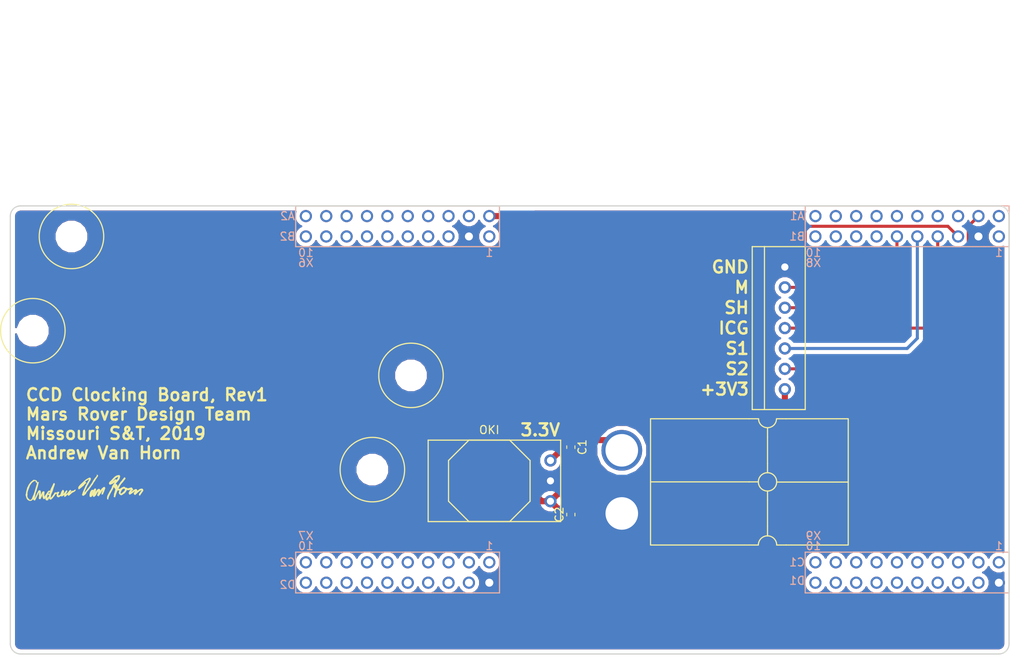
<source format=kicad_pcb>
(kicad_pcb (version 20171130) (host pcbnew "(5.0.2)-1")

  (general
    (thickness 1.6)
    (drawings 21)
    (tracks 32)
    (zones 0)
    (modules 11)
    (nets 51)
  )

  (page A4)
  (layers
    (0 F.Cu signal)
    (31 B.Cu signal)
    (32 B.Adhes user)
    (33 F.Adhes user)
    (34 B.Paste user)
    (35 F.Paste user)
    (36 B.SilkS user)
    (37 F.SilkS user)
    (38 B.Mask user)
    (39 F.Mask user)
    (40 Dwgs.User user)
    (41 Cmts.User user)
    (42 Eco1.User user)
    (43 Eco2.User user)
    (44 Edge.Cuts user)
    (45 Margin user)
    (46 B.CrtYd user)
    (47 F.CrtYd user)
    (48 B.Fab user)
    (49 F.Fab user)
  )

  (setup
    (last_trace_width 0.25)
    (user_trace_width 0.381)
    (user_trace_width 0.762)
    (trace_clearance 0.2)
    (zone_clearance 0.508)
    (zone_45_only no)
    (trace_min 0.2)
    (segment_width 0.2)
    (edge_width 0.15)
    (via_size 0.8)
    (via_drill 0.4)
    (via_min_size 0.4)
    (via_min_drill 0.3)
    (uvia_size 0.3)
    (uvia_drill 0.1)
    (uvias_allowed no)
    (uvia_min_size 0.2)
    (uvia_min_drill 0.1)
    (pcb_text_width 0.3)
    (pcb_text_size 1.5 1.5)
    (mod_edge_width 0.15)
    (mod_text_size 1 1)
    (mod_text_width 0.15)
    (pad_size 1.52 1.52)
    (pad_drill 1)
    (pad_to_mask_clearance 0.051)
    (solder_mask_min_width 0.25)
    (aux_axis_origin 0 0)
    (visible_elements 7FFFFFFF)
    (pcbplotparams
      (layerselection 0x010fc_ffffffff)
      (usegerberextensions false)
      (usegerberattributes false)
      (usegerberadvancedattributes false)
      (creategerberjobfile false)
      (excludeedgelayer true)
      (linewidth 0.100000)
      (plotframeref false)
      (viasonmask false)
      (mode 1)
      (useauxorigin false)
      (hpglpennumber 1)
      (hpglpenspeed 20)
      (hpglpendiameter 15.000000)
      (psnegative false)
      (psa4output false)
      (plotreference true)
      (plotvalue true)
      (plotinvisibletext false)
      (padsonsilk false)
      (subtractmaskfromsilk false)
      (outputformat 1)
      (mirror false)
      (drillshape 0)
      (scaleselection 1)
      (outputdirectory "Gerbs/"))
  )

  (net 0 "")
  (net 1 GND)
  (net 2 /+12V)
  (net 3 +3V3)
  (net 4 Sync2)
  (net 5 Sync1)
  (net 6 ICG)
  (net 7 SH)
  (net 8 M)
  (net 9 "Net-(U2-Pad+5V)")
  (net 10 "Net-(U2-PadPD7)")
  (net 11 "Net-(U2-PadPA6)")
  (net 12 "Net-(U2-PadPM4)")
  (net 13 "Net-(U2-PadPM5)")
  (net 14 "Net-(U2-PadPC4)")
  (net 15 "Net-(U2-PadPC5)")
  (net 16 "Net-(U2-PadPC6)")
  (net 17 "Net-(U2-PadPE5)")
  (net 18 "Net-(U2-PadPD3)")
  (net 19 "Net-(U2-PadPC7)")
  (net 20 "Net-(U2-PadPB2)")
  (net 21 "Net-(U2-PadPB3)")
  (net 22 "Net-(U2-PadPF1)")
  (net 23 "Net-(U2-PadPF2)")
  (net 24 "Net-(U2-PadPF3)")
  (net 25 "Net-(U2-PadPG0)")
  (net 26 "Net-(U2-PadPL4)")
  (net 27 "Net-(U2-PadPL5)")
  (net 28 "Net-(U2-PadPL0)")
  (net 29 "Net-(U2-PadPL1)")
  (net 30 "Net-(U2-PadPL2)")
  (net 31 "Net-(U2-PadPL3)")
  (net 32 "Net-(U2-PadPM3)")
  (net 33 "Net-(U2-PadPH2)")
  (net 34 "Net-(U2-PadPH3)")
  (net 35 "Net-(U2-PadRese)")
  (net 36 "Net-(U2-PadPD1)")
  (net 37 "Net-(U2-PadPD0)")
  (net 38 "Net-(U2-PadPN2)")
  (net 39 "Net-(U2-PadPN3)")
  (net 40 "Net-(U2-PadPP2)")
  (net 41 "Net-(U2-PadPQ0)")
  (net 42 "Net-(U2-PadPN5)")
  (net 43 "Net-(U2-PadPD2)")
  (net 44 "Net-(U2-PadPP0)")
  (net 45 "Net-(U2-PadPP1)")
  (net 46 "Net-(U2-PadPD4)")
  (net 47 "Net-(U2-PadPD5)")
  (net 48 "Net-(U2-PadPP4)")
  (net 49 "Net-(U2-PadPN4)")
  (net 50 "Net-(U2-Pad+3V3)")

  (net_class Default "This is the default net class."
    (clearance 0.2)
    (trace_width 0.25)
    (via_dia 0.8)
    (via_drill 0.4)
    (uvia_dia 0.3)
    (uvia_drill 0.1)
    (add_net +3V3)
    (add_net /+12V)
    (add_net GND)
    (add_net ICG)
    (add_net M)
    (add_net "Net-(U2-Pad+3V3)")
    (add_net "Net-(U2-Pad+5V)")
    (add_net "Net-(U2-PadPA6)")
    (add_net "Net-(U2-PadPB2)")
    (add_net "Net-(U2-PadPB3)")
    (add_net "Net-(U2-PadPC4)")
    (add_net "Net-(U2-PadPC5)")
    (add_net "Net-(U2-PadPC6)")
    (add_net "Net-(U2-PadPC7)")
    (add_net "Net-(U2-PadPD0)")
    (add_net "Net-(U2-PadPD1)")
    (add_net "Net-(U2-PadPD2)")
    (add_net "Net-(U2-PadPD3)")
    (add_net "Net-(U2-PadPD4)")
    (add_net "Net-(U2-PadPD5)")
    (add_net "Net-(U2-PadPD7)")
    (add_net "Net-(U2-PadPE5)")
    (add_net "Net-(U2-PadPF1)")
    (add_net "Net-(U2-PadPF2)")
    (add_net "Net-(U2-PadPF3)")
    (add_net "Net-(U2-PadPG0)")
    (add_net "Net-(U2-PadPH2)")
    (add_net "Net-(U2-PadPH3)")
    (add_net "Net-(U2-PadPL0)")
    (add_net "Net-(U2-PadPL1)")
    (add_net "Net-(U2-PadPL2)")
    (add_net "Net-(U2-PadPL3)")
    (add_net "Net-(U2-PadPL4)")
    (add_net "Net-(U2-PadPL5)")
    (add_net "Net-(U2-PadPM3)")
    (add_net "Net-(U2-PadPM4)")
    (add_net "Net-(U2-PadPM5)")
    (add_net "Net-(U2-PadPN2)")
    (add_net "Net-(U2-PadPN3)")
    (add_net "Net-(U2-PadPN4)")
    (add_net "Net-(U2-PadPN5)")
    (add_net "Net-(U2-PadPP0)")
    (add_net "Net-(U2-PadPP1)")
    (add_net "Net-(U2-PadPP2)")
    (add_net "Net-(U2-PadPP4)")
    (add_net "Net-(U2-PadPQ0)")
    (add_net "Net-(U2-PadRese)")
    (add_net SH)
    (add_net Sync1)
    (add_net Sync2)
  )

  (module MRDT_Drill_Holes:4_40_Hole (layer F.Cu) (tedit 5B784972) (tstamp 5C8709ED)
    (at 7.62 3.81)
    (fp_text reference REF** (at -0.00508 0.50508) (layer F.SilkS) hide
      (effects (font (size 1 1) (thickness 0.15)))
    )
    (fp_text value 4_40_Hole (at -0.00508 -0.49492) (layer F.Fab) hide
      (effects (font (size 1 1) (thickness 0.15)))
    )
    (fp_circle (center 0 0) (end -0.00508 4.01828) (layer F.SilkS) (width 0.15))
    (pad "" np_thru_hole circle (at 0 0) (size 2.9464 2.9464) (drill 2.9464) (layers *.Cu *.Mask))
  )

  (module MRDT_Drill_Holes:4_40_Hole (layer F.Cu) (tedit 5B784972) (tstamp 5C8709E3)
    (at 45.11802 32.88792)
    (fp_text reference REF** (at -0.00508 0.50508) (layer F.SilkS) hide
      (effects (font (size 1 1) (thickness 0.15)))
    )
    (fp_text value 4_40_Hole (at -0.00508 -0.49492) (layer F.Fab) hide
      (effects (font (size 1 1) (thickness 0.15)))
    )
    (fp_circle (center 0 0) (end -0.00508 4.01828) (layer F.SilkS) (width 0.15))
    (pad "" np_thru_hole circle (at 0 0) (size 2.9464 2.9464) (drill 2.9464) (layers *.Cu *.Mask))
  )

  (module MRDT_Drill_Holes:4_40_Hole (layer F.Cu) (tedit 5B784972) (tstamp 5C8709D9)
    (at 49.93132 21.13534)
    (fp_text reference REF** (at -0.00508 0.50508) (layer F.SilkS) hide
      (effects (font (size 1 1) (thickness 0.15)))
    )
    (fp_text value 4_40_Hole (at -0.00508 -0.49492) (layer F.Fab) hide
      (effects (font (size 1 1) (thickness 0.15)))
    )
    (fp_circle (center 0 0) (end -0.00508 4.01828) (layer F.SilkS) (width 0.15))
    (pad "" np_thru_hole circle (at 0 0) (size 2.9464 2.9464) (drill 2.9464) (layers *.Cu *.Mask))
  )

  (module Capacitor_SMD:C_0603_1608Metric_Pad1.05x0.95mm_HandSolder (layer F.Cu) (tedit 5B301BBE) (tstamp 5C9CBA28)
    (at 69.85 30.085 270)
    (descr "Capacitor SMD 0603 (1608 Metric), square (rectangular) end terminal, IPC_7351 nominal with elongated pad for handsoldering. (Body size source: http://www.tortai-tech.com/upload/download/2011102023233369053.pdf), generated with kicad-footprint-generator")
    (tags "capacitor handsolder")
    (path /5C841836)
    (attr smd)
    (fp_text reference C1 (at 0 -1.43 270) (layer F.SilkS)
      (effects (font (size 1 1) (thickness 0.15)))
    )
    (fp_text value C (at 0 1.43 270) (layer F.Fab)
      (effects (font (size 1 1) (thickness 0.15)))
    )
    (fp_text user %R (at 0 0 270) (layer F.Fab)
      (effects (font (size 0.4 0.4) (thickness 0.06)))
    )
    (fp_line (start 1.65 0.73) (end -1.65 0.73) (layer F.CrtYd) (width 0.05))
    (fp_line (start 1.65 -0.73) (end 1.65 0.73) (layer F.CrtYd) (width 0.05))
    (fp_line (start -1.65 -0.73) (end 1.65 -0.73) (layer F.CrtYd) (width 0.05))
    (fp_line (start -1.65 0.73) (end -1.65 -0.73) (layer F.CrtYd) (width 0.05))
    (fp_line (start -0.171267 0.51) (end 0.171267 0.51) (layer F.SilkS) (width 0.12))
    (fp_line (start -0.171267 -0.51) (end 0.171267 -0.51) (layer F.SilkS) (width 0.12))
    (fp_line (start 0.8 0.4) (end -0.8 0.4) (layer F.Fab) (width 0.1))
    (fp_line (start 0.8 -0.4) (end 0.8 0.4) (layer F.Fab) (width 0.1))
    (fp_line (start -0.8 -0.4) (end 0.8 -0.4) (layer F.Fab) (width 0.1))
    (fp_line (start -0.8 0.4) (end -0.8 -0.4) (layer F.Fab) (width 0.1))
    (pad 2 smd roundrect (at 0.875 0 270) (size 1.05 0.95) (layers F.Cu F.Paste F.Mask) (roundrect_rratio 0.25)
      (net 1 GND))
    (pad 1 smd roundrect (at -0.875 0 270) (size 1.05 0.95) (layers F.Cu F.Paste F.Mask) (roundrect_rratio 0.25)
      (net 2 /+12V))
    (model ${KISYS3DMOD}/Capacitor_SMD.3dshapes/C_0603_1608Metric.wrl
      (at (xyz 0 0 0))
      (scale (xyz 1 1 1))
      (rotate (xyz 0 0 0))
    )
  )

  (module Capacitor_SMD:C_0603_1608Metric_Pad1.05x0.95mm_HandSolder (layer F.Cu) (tedit 5B301BBE) (tstamp 5C9CB746)
    (at 69.85 38.495 90)
    (descr "Capacitor SMD 0603 (1608 Metric), square (rectangular) end terminal, IPC_7351 nominal with elongated pad for handsoldering. (Body size source: http://www.tortai-tech.com/upload/download/2011102023233369053.pdf), generated with kicad-footprint-generator")
    (tags "capacitor handsolder")
    (path /5C8417F8)
    (attr smd)
    (fp_text reference C2 (at 0 -1.43 90) (layer F.SilkS)
      (effects (font (size 1 1) (thickness 0.15)))
    )
    (fp_text value C (at 0 1.43 90) (layer F.Fab)
      (effects (font (size 1 1) (thickness 0.15)))
    )
    (fp_line (start -0.8 0.4) (end -0.8 -0.4) (layer F.Fab) (width 0.1))
    (fp_line (start -0.8 -0.4) (end 0.8 -0.4) (layer F.Fab) (width 0.1))
    (fp_line (start 0.8 -0.4) (end 0.8 0.4) (layer F.Fab) (width 0.1))
    (fp_line (start 0.8 0.4) (end -0.8 0.4) (layer F.Fab) (width 0.1))
    (fp_line (start -0.171267 -0.51) (end 0.171267 -0.51) (layer F.SilkS) (width 0.12))
    (fp_line (start -0.171267 0.51) (end 0.171267 0.51) (layer F.SilkS) (width 0.12))
    (fp_line (start -1.65 0.73) (end -1.65 -0.73) (layer F.CrtYd) (width 0.05))
    (fp_line (start -1.65 -0.73) (end 1.65 -0.73) (layer F.CrtYd) (width 0.05))
    (fp_line (start 1.65 -0.73) (end 1.65 0.73) (layer F.CrtYd) (width 0.05))
    (fp_line (start 1.65 0.73) (end -1.65 0.73) (layer F.CrtYd) (width 0.05))
    (fp_text user %R (at 0 0 90) (layer F.Fab)
      (effects (font (size 0.4 0.4) (thickness 0.06)))
    )
    (pad 1 smd roundrect (at -0.875 0 90) (size 1.05 0.95) (layers F.Cu F.Paste F.Mask) (roundrect_rratio 0.25)
      (net 3 +3V3))
    (pad 2 smd roundrect (at 0.875 0 90) (size 1.05 0.95) (layers F.Cu F.Paste F.Mask) (roundrect_rratio 0.25)
      (net 1 GND))
    (model ${KISYS3DMOD}/Capacitor_SMD.3dshapes/C_0603_1608Metric.wrl
      (at (xyz 0 0 0))
      (scale (xyz 1 1 1))
      (rotate (xyz 0 0 0))
    )
  )

  (module MRDT_Connectors:Anderson_2_Horizontal_Side_by_Side (layer F.Cu) (tedit 5C22EDE8) (tstamp 5C9CB764)
    (at 79.7814 26.543 180)
    (path /5C841414)
    (fp_text reference Conn1 (at -1.8796 0.762 180) (layer F.SilkS) hide
      (effects (font (size 1 1) (thickness 0.15)))
    )
    (fp_text value AndersonPP (at -12.8651 -16.764 180) (layer F.Fab)
      (effects (font (size 1 1) (thickness 0.15)))
    )
    (fp_arc (start -14.5796 0) (end -14.5796 -1.1176) (angle 90) (layer F.SilkS) (width 0.15))
    (fp_arc (start -14.5796 0) (end -15.6972 0) (angle 90) (layer F.SilkS) (width 0.15))
    (fp_line (start -24.638 -15.748) (end -24.638 0) (layer F.SilkS) (width 0.15))
    (fp_line (start 0 -15.748) (end 0 0) (layer F.SilkS) (width 0.15))
    (fp_line (start -15.7226 -15.748) (end -16.9418 -15.748) (layer F.SilkS) (width 0.15))
    (fp_arc (start -14.5796 -15.748) (end -13.4366 -15.748) (angle 90) (layer F.SilkS) (width 0.15))
    (fp_arc (start -14.5796 -15.748) (end -14.5796 -14.605) (angle 90) (layer F.SilkS) (width 0.15))
    (fp_line (start -12.2682 0) (end -13.462 0) (layer F.SilkS) (width 0.15))
    (fp_line (start -14.5796 -2.3114) (end -14.5796 -1.143) (layer F.SilkS) (width 0.15))
    (fp_line (start -16.891 0) (end -15.7226 0) (layer F.SilkS) (width 0.15))
    (fp_line (start -12.319 -15.748) (end -13.4112 -15.748) (layer F.SilkS) (width 0.15))
    (fp_line (start -14.5796 -14.605) (end -14.5796 -13.4366) (layer F.SilkS) (width 0.15))
    (fp_line (start -14.5796 -5.588) (end -14.5796 -6.731) (layer F.SilkS) (width 0.15))
    (fp_line (start -24.6126 -7.8994) (end -15.7226 -7.8994) (layer F.SilkS) (width 0.15))
    (fp_line (start -14.5796 -10.16) (end -14.5796 -9.017) (layer F.SilkS) (width 0.15))
    (fp_line (start -12.2936 -7.874) (end -13.4366 -7.874) (layer F.SilkS) (width 0.15))
    (fp_line (start -14.5796 -5.588) (end -14.5796 -2.286) (layer F.SilkS) (width 0.15))
    (fp_line (start -12.2936 -7.874) (end 0 -7.874) (layer F.SilkS) (width 0.15))
    (fp_line (start -14.5796 -10.16) (end -14.5796 -13.4366) (layer F.SilkS) (width 0.15))
    (fp_circle (center -14.5796 -7.874) (end -14.5796 -6.731) (layer F.SilkS) (width 0.15))
    (fp_line (start -12.2936 0) (end 0 0) (layer F.SilkS) (width 0.15))
    (fp_line (start -16.8656 0) (end -24.6126 0) (layer F.SilkS) (width 0.15))
    (fp_line (start -24.6126 -15.748) (end -16.8656 -15.748) (layer F.SilkS) (width 0.15))
    (fp_line (start -12.2936 -15.748) (end 0 -15.748) (layer F.SilkS) (width 0.15))
    (pad 2 thru_hole circle (at 3.5814 -3.937 180) (size 5.08 5.08) (drill 4.06) (layers *.Cu *.Mask F.Paste)
      (net 2 /+12V))
    (pad 1 thru_hole circle (at 3.5814 -11.811 180) (size 5.08 5.08) (drill 4.06) (layers *.Cu *.Mask F.Paste)
      (net 1 GND))
    (model "${MRDT_KICAD_LIBRARIES}/3D Files/MRDT_Connctors/Anderson_2_Horizontal_Side_by_Side.stp"
      (offset (xyz 0 0 7.619999885559082))
      (scale (xyz 1 1 1))
      (rotate (xyz 180 0 180))
    )
  )

  (module MRDT_Devices:OKI_Horizontal (layer F.Cu) (tedit 5C3FEB72) (tstamp 5C9CB795)
    (at 68.58 29.21 270)
    (tags OKI)
    (path /5C8415F6)
    (fp_text reference U1 (at 2.54 -1.27 270) (layer F.SilkS) hide
      (effects (font (size 1 1) (thickness 0.15)))
    )
    (fp_text value OKI (at -1.27 8.89) (layer F.SilkS)
      (effects (font (size 1 1) (thickness 0.15)))
    )
    (fp_line (start 7.62 3.81) (end 10.16 6.35) (layer F.SilkS) (width 0.15))
    (fp_line (start 10.16 6.35) (end 10.16 11.43) (layer F.SilkS) (width 0.15))
    (fp_line (start 10.16 11.43) (end 7.62 13.97) (layer F.SilkS) (width 0.15))
    (fp_line (start 7.62 13.97) (end 2.54 13.97) (layer F.SilkS) (width 0.15))
    (fp_line (start 2.54 13.97) (end 0 11.43) (layer F.SilkS) (width 0.15))
    (fp_line (start 0 11.43) (end 0 6.35) (layer F.SilkS) (width 0.15))
    (fp_line (start 0 6.35) (end 2.54 3.81) (layer F.SilkS) (width 0.15))
    (fp_line (start 2.54 3.81) (end 7.62 3.81) (layer F.SilkS) (width 0.15))
    (fp_line (start 0 16.51) (end 10.16 16.51) (layer F.SilkS) (width 0.15))
    (fp_line (start 0 0) (end 10.16 0) (layer F.SilkS) (width 0.15))
    (fp_line (start 10.16 0) (end 10.16 16.51) (layer F.SilkS) (width 0.15))
    (fp_line (start 0 16.51) (end 0 0) (layer F.SilkS) (width 0.15))
    (pad 1 thru_hole circle (at 2.54 1.27 270) (size 1.524 1.524) (drill 0.889) (layers *.Cu *.Mask)
      (net 2 /+12V))
    (pad 2 thru_hole circle (at 5.08 1.27 270) (size 1.524 1.524) (drill 0.889) (layers *.Cu *.Mask)
      (net 1 GND))
    (pad 3 thru_hole circle (at 7.62 1.27 270) (size 1.524 1.524) (drill 0.889) (layers *.Cu *.Mask)
      (net 3 +3V3))
    (model "${MRDT_KICAD_LIBRARIES}/3D Files/MRDT_Devices/OKI.stp"
      (offset (xyz -0.2539999961853027 0 3.809999942779541))
      (scale (xyz 1 1 1))
      (rotate (xyz 0 0 90))
    )
  )

  (module MRDT_Connectors:MOLEX_SL_07_Vertical (layer F.Cu) (tedit 5C22ECC4) (tstamp 5C86E846)
    (at 96.52 15.24 90)
    (path /5C840C35)
    (fp_text reference Conn2 (at -8.255 3.302 90) (layer F.SilkS) hide
      (effects (font (size 1 1) (thickness 0.15)))
    )
    (fp_text value Molex_SL_07 (at 0 3.81 90) (layer F.Fab)
      (effects (font (size 1 1) (thickness 0.15)))
    )
    (fp_line (start 10.16 -4.064) (end -10.16 -4.064) (layer F.SilkS) (width 0.15))
    (fp_line (start 10.16 -2.54) (end 10.16 -4.064) (layer F.SilkS) (width 0.15))
    (fp_line (start -10.16 -4.064) (end -10.16 -2.54) (layer F.SilkS) (width 0.15))
    (fp_line (start 10.16 2.54) (end -10.16 2.54) (layer F.SilkS) (width 0.15))
    (fp_line (start -10.16 -2.54) (end 10.16 -2.54) (layer F.SilkS) (width 0.15))
    (fp_line (start 10.16 2.54) (end 10.16 -2.54) (layer F.SilkS) (width 0.15))
    (fp_line (start -10.16 2.54) (end -10.16 -2.54) (layer F.SilkS) (width 0.15))
    (pad 1 thru_hole circle (at -7.62 0 90) (size 1.524 1.524) (drill 0.9) (layers *.Cu *.Mask)
      (net 3 +3V3))
    (pad 2 thru_hole circle (at -5.08 0 90) (size 1.524 1.524) (drill 0.9) (layers *.Cu *.Mask)
      (net 4 Sync2))
    (pad 3 thru_hole circle (at -2.54 0 90) (size 1.524 1.524) (drill 0.9) (layers *.Cu *.Mask)
      (net 5 Sync1))
    (pad 4 thru_hole circle (at 0 0 90) (size 1.524 1.524) (drill 0.9) (layers *.Cu *.Mask)
      (net 6 ICG))
    (pad 5 thru_hole circle (at 2.54 0 90) (size 1.524 1.524) (drill 0.9) (layers *.Cu *.Mask)
      (net 7 SH))
    (pad 6 thru_hole circle (at 5.08 0 90) (size 1.524 1.524) (drill 0.9) (layers *.Cu *.Mask)
      (net 8 M))
    (pad 7 thru_hole circle (at 7.62 0 90) (size 1.524 1.524) (drill 0.9) (layers *.Cu *.Mask)
      (net 1 GND))
    (model "${MRDT_KICAD_LIBRARIES}/3D Files/MRDT_Connctors/Molex_SL_07_Vertical.stp"
      (offset (xyz -10.15999984741211 -2.539999961853027 13.33499979972839))
      (scale (xyz 1 1 1))
      (rotate (xyz 90 0 0))
    )
  )

  (module MRDT_Shields:TM4C129E_Launchpad_FULL_THT_BOTTOM (layer F.Cu) (tedit 5C8D110E) (tstamp 5C86F8E3)
    (at 124.46 0 180)
    (path /5C840315)
    (fp_text reference U2 (at 122.174 -0.762) (layer F.SilkS) hide
      (effects (font (size 1 1) (thickness 0.15)))
    )
    (fp_text value TM4C129E_Launchpad (at 45.974 1.016 180) (layer F.Fab) hide
      (effects (font (size 1 1) (thickness 0.15)))
    )
    (fp_line (start 124.46 23.3426) (end 124.46 22.86) (layer F.Fab) (width 0.15))
    (fp_line (start 121.92 25.4) (end 122.428 25.4) (layer F.Fab) (width 0.15))
    (fp_line (start 2.032 25.146) (end 2.032 25.654) (layer F.Fab) (width 0.05))
    (fp_line (start 2.032 25.4) (end 2.54 25.4) (layer F.Fab) (width 0.15))
    (fp_line (start 0 22.86) (end 0 23.368) (layer F.Fab) (width 0.15))
    (fp_arc (start 122.428 -22.352) (end 124.46 -22.352) (angle 90) (layer F.Fab) (width 0.15))
    (fp_arc (start 124.46 12.7) (end 122.428 12.7) (angle 90) (layer F.Fab) (width 0.15))
    (fp_arc (start 124.46 12.7) (end 124.46 14.732) (angle 90) (layer F.Fab) (width 0.15))
    (fp_arc (start 0 12.7) (end 2.032 12.7) (angle 90) (layer F.Fab) (width 0.15))
    (fp_arc (start 0 12.7) (end 0 10.668) (angle 90) (layer F.Fab) (width 0.15))
    (fp_line (start 0 22.86) (end 0 14.732) (layer F.Fab) (width 0.15))
    (fp_line (start 0 10.668) (end 0 0.508) (layer F.Fab) (width 0.15))
    (fp_line (start 124.46 14.732) (end 124.46 22.86) (layer F.Fab) (width 0.15))
    (fp_line (start 124.46 10.668) (end 124.46 2.54) (layer F.Fab) (width 0.15))
    (fp_line (start 2.54 25.4) (end 121.92 25.4) (layer F.Fab) (width 0.15))
    (fp_text user "Keep Out" (at 110.744 -17.526 180) (layer F.Fab)
      (effects (font (size 1 1) (thickness 0.15)))
    )
    (fp_text user "Ethernet Jack" (at 112.522 -19.05 180) (layer F.Fab)
      (effects (font (size 1 1) (thickness 0.15)))
    )
    (fp_text user "Expand out this way -->" (at -1.016 -45.974 270) (layer F.Fab)
      (effects (font (size 1 1) (thickness 0.15)))
    )
    (fp_text user 1 (at 1.27 -42.418) (layer B.SilkS)
      (effects (font (size 1 1) (thickness 0.15)) (justify mirror))
    )
    (fp_text user 10 (at 24.384 -42.418) (layer B.SilkS)
      (effects (font (size 1 1) (thickness 0.15)) (justify mirror))
    )
    (fp_text user 1 (at 1.27 -5.842) (layer B.SilkS)
      (effects (font (size 1 1) (thickness 0.15)) (justify mirror))
    )
    (fp_text user 10 (at 24.384 -5.842) (layer B.SilkS)
      (effects (font (size 1 1) (thickness 0.15)) (justify mirror))
    )
    (fp_text user 1 (at 64.77 -42.418) (layer B.SilkS)
      (effects (font (size 1 1) (thickness 0.15)) (justify mirror))
    )
    (fp_text user 10 (at 87.63 -42.418) (layer B.SilkS)
      (effects (font (size 1 1) (thickness 0.15)) (justify mirror))
    )
    (fp_text user 10 (at 87.63 -5.842) (layer B.SilkS)
      (effects (font (size 1 1) (thickness 0.15)) (justify mirror))
    )
    (fp_text user 1 (at 64.77 -5.842) (layer B.SilkS)
      (effects (font (size 1 1) (thickness 0.15)) (justify mirror))
    )
    (fp_text user X9 (at 24.384 -41.148) (layer B.SilkS)
      (effects (font (size 1 1) (thickness 0.15)) (justify mirror))
    )
    (fp_text user X8 (at 24.384 -7.112) (layer B.SilkS)
      (effects (font (size 1 1) (thickness 0.15)) (justify mirror))
    )
    (fp_text user X7 (at 87.63 -41.148) (layer B.SilkS)
      (effects (font (size 1 1) (thickness 0.15)) (justify mirror))
    )
    (fp_text user X6 (at 87.63 -7.112) (layer B.SilkS)
      (effects (font (size 1 1) (thickness 0.15)) (justify mirror))
    )
    (fp_text user "Boosterpack 1" (at 12.7 -56.896 180) (layer F.Fab)
      (effects (font (size 1 1) (thickness 0.15)))
    )
    (fp_text user "Boosterpack 2" (at 75.692 -56.896 180) (layer F.Fab)
      (effects (font (size 1 1) (thickness 0.15)))
    )
    (fp_line (start 122.428 -20.32) (end 106.68 -20.32) (layer F.Fab) (width 0.15))
    (fp_line (start 106.68 -20.32) (end 106.68 0.508) (layer F.Fab) (width 0.15))
    (fp_line (start 124.46 -55.88) (end 124.46 -22.352) (layer F.Fab) (width 0.15))
    (fp_line (start 0 0.508) (end 122.428 0.508) (layer F.Fab) (width 0.15))
    (fp_line (start 0 -55.88) (end 124.46 -55.88) (layer F.Fab) (width 0.15))
    (fp_line (start 0 -55.88) (end 0 0.508) (layer F.Fab) (width 0.15))
    (fp_text user C1 (at 26.416 -44.45) (layer B.SilkS)
      (effects (font (size 1 1) (thickness 0.15)) (justify mirror))
    )
    (fp_text user D1 (at 26.416 -46.736) (layer B.SilkS)
      (effects (font (size 1 1) (thickness 0.15)) (justify mirror))
    )
    (fp_text user C2 (at 89.916 -44.45) (layer B.SilkS)
      (effects (font (size 1 1) (thickness 0.15)) (justify mirror))
    )
    (fp_text user D2 (at 89.916 -47.244 180) (layer B.SilkS)
      (effects (font (size 1 1) (thickness 0.15)) (justify mirror))
    )
    (fp_text user B1 (at 26.416 -3.81) (layer B.SilkS)
      (effects (font (size 1 1) (thickness 0.15)) (justify mirror))
    )
    (fp_text user A1 (at 26.416 -1.27) (layer B.SilkS)
      (effects (font (size 1 1) (thickness 0.15)) (justify mirror))
    )
    (fp_text user B2 (at 89.916 -3.81) (layer B.SilkS)
      (effects (font (size 1 1) (thickness 0.15)) (justify mirror))
    )
    (fp_text user A2 (at 89.916 -1.27) (layer B.SilkS)
      (effects (font (size 1 1) (thickness 0.15)) (justify mirror))
    )
    (fp_line (start 25.4 0) (end 25.4 -5.08) (layer B.SilkS) (width 0.15))
    (fp_line (start 25.4 -5.08) (end 0 -5.08) (layer B.SilkS) (width 0.15))
    (fp_line (start 0 -5.08) (end 0 0) (layer B.SilkS) (width 0.15))
    (fp_line (start 0 0) (end 25.4 0) (layer B.SilkS) (width 0.15))
    (fp_line (start 25.4 -43.18) (end 25.4 -48.26) (layer B.SilkS) (width 0.15))
    (fp_line (start 25.4 -48.26) (end 0 -48.26) (layer B.SilkS) (width 0.15))
    (fp_line (start 0 -48.26) (end 0 -43.18) (layer B.SilkS) (width 0.15))
    (fp_line (start 0 -43.18) (end 25.4 -43.18) (layer B.SilkS) (width 0.15))
    (fp_line (start 88.9 -5.08) (end 63.5 -5.08) (layer B.SilkS) (width 0.15))
    (fp_line (start 63.5 -43.18) (end 88.9 -43.18) (layer B.SilkS) (width 0.15))
    (fp_line (start 88.9 0) (end 88.9 -5.08) (layer B.SilkS) (width 0.15))
    (fp_line (start 63.5 -5.08) (end 63.5 0) (layer B.SilkS) (width 0.15))
    (fp_line (start 63.5 0) (end 88.9 0) (layer B.SilkS) (width 0.15))
    (fp_line (start 88.9 -43.18) (end 88.9 -48.26) (layer B.SilkS) (width 0.15))
    (fp_line (start 88.9 -48.26) (end 63.5 -48.26) (layer B.SilkS) (width 0.15))
    (fp_line (start 63.5 -48.26) (end 63.5 -43.18) (layer B.SilkS) (width 0.15))
    (fp_arc (start 2.032 23.368) (end 2.032 25.4) (angle 90) (layer F.Fab) (width 0.15))
    (fp_line (start 0.254 23.368) (end -0.254 23.368) (layer F.Fab) (width 0.05))
    (fp_line (start 2.032 23.114) (end 2.032 23.622) (layer F.Fab) (width 0.05))
    (fp_line (start 1.778 23.368) (end 2.286 23.368) (layer F.Fab) (width 0.05))
    (fp_line (start 0 12.446) (end 0 12.954) (layer F.Fab) (width 0.05))
    (fp_line (start -0.254 12.7) (end 0.254 12.7) (layer F.Fab) (width 0.05))
    (fp_line (start -0.254 14.732) (end 0.254 14.732) (layer F.Fab) (width 0.05))
    (fp_line (start 0 14.478) (end 0 14.986) (layer F.Fab) (width 0.05))
    (fp_line (start -0.254 10.668) (end 0.254 10.668) (layer F.Fab) (width 0.05))
    (fp_line (start 0 10.414) (end 0 10.922) (layer F.Fab) (width 0.05))
    (fp_line (start 124.46 12.446) (end 124.46 12.954) (layer F.Fab) (width 0.05))
    (fp_line (start 124.206 12.7) (end 124.714 12.7) (layer F.Fab) (width 0.05))
    (fp_line (start 124.206 14.732) (end 124.714 14.732) (layer F.Fab) (width 0.05))
    (fp_line (start 124.46 14.478) (end 124.46 14.986) (layer F.Fab) (width 0.05))
    (fp_line (start 124.206 10.668) (end 124.714 10.668) (layer F.Fab) (width 0.05))
    (fp_line (start 124.46 10.414) (end 124.46 10.922) (layer F.Fab) (width 0.05))
    (fp_arc (start 122.428 23.368) (end 124.46 23.368) (angle 90) (layer F.Fab) (width 0.15))
    (fp_line (start 124.206 23.368) (end 124.714 23.368) (layer F.Fab) (width 0.05))
    (fp_line (start 122.174 23.368) (end 122.682 23.368) (layer F.Fab) (width 0.05))
    (fp_line (start 122.428 23.114) (end 122.428 23.622) (layer F.Fab) (width 0.05))
    (fp_line (start 122.428 25.146) (end 122.428 25.654) (layer F.Fab) (width 0.05))
    (fp_arc (start 122.428 2.54) (end 122.428 0.508) (angle 90) (layer F.Fab) (width 0.15))
    (fp_line (start 122.174 2.54) (end 122.682 2.54) (layer F.Fab) (width 0.05))
    (fp_line (start 122.428 2.286) (end 122.428 2.794) (layer F.Fab) (width 0.05))
    (fp_line (start 124.206 2.54) (end 124.714 2.54) (layer F.Fab) (width 0.05))
    (fp_line (start 122.428 0.254) (end 122.428 0.762) (layer F.Fab) (width 0.05))
    (fp_line (start 122.428 -22.606) (end 122.428 -22.098) (layer F.Fab) (width 0.05))
    (fp_line (start 122.174 -22.352) (end 122.682 -22.352) (layer F.Fab) (width 0.05))
    (fp_line (start 124.206 -22.352) (end 124.714 -22.352) (layer F.Fab) (width 0.05))
    (fp_line (start 122.428 -20.574) (end 122.428 -20.066) (layer F.Fab) (width 0.05))
    (pad +3V3' thru_hole circle (at 64.77 -1.27) (size 1.52 1.52) (drill 1) (layers *.Cu *.Mask F.Paste)
      (net 3 +3V3))
    (pad PM6 thru_hole circle (at 87.63 -46.99) (size 1.52 1.52) (drill 1) (layers *.Cu *.Mask F.Paste))
    (pad PQ1 thru_hole circle (at 85.09 -46.99) (size 1.52 1.52) (drill 1) (layers *.Cu *.Mask F.Paste))
    (pad PQ2 thru_hole circle (at 77.47 -46.99) (size 1.52 1.52) (drill 1) (layers *.Cu *.Mask F.Paste))
    (pad PK0 thru_hole circle (at 74.93 -3.81) (size 1.52 1.52) (drill 1) (layers *.Cu *.Mask F.Paste))
    (pad PQ3 thru_hole circle (at 80.01 -46.99) (size 1.52 1.52) (drill 1) (layers *.Cu *.Mask F.Paste))
    (pad PP3 thru_hole circle (at 82.55 -46.99) (size 1.52 1.52) (drill 1) (layers *.Cu *.Mask F.Paste))
    (pad PQ0 thru_hole circle (at 80.01 -1.27) (size 1.52 1.52) (drill 1) (layers *.Cu *.Mask F.Paste)
      (net 41 "Net-(U2-PadPQ0)"))
    (pad PA4 thru_hole circle (at 85.09 -3.81) (size 1.52 1.52) (drill 1) (layers *.Cu *.Mask F.Paste))
    (pad Rese` thru_hole circle (at 74.93 -46.99) (size 1.52 1.52) (drill 1) (layers *.Cu *.Mask F.Paste))
    (pad PA7 thru_hole circle (at 72.39 -46.99) (size 1.52 1.52) (drill 1) (layers *.Cu *.Mask F.Paste))
    (pad PN5 thru_hole circle (at 85.09 -1.27) (size 1.52 1.52) (drill 1) (layers *.Cu *.Mask F.Paste)
      (net 42 "Net-(U2-PadPN5)"))
    (pad PK2 thru_hole circle (at 80.01 -3.81) (size 1.52 1.52) (drill 1) (layers *.Cu *.Mask F.Paste))
    (pad PK1 thru_hole circle (at 77.47 -3.81) (size 1.52 1.52) (drill 1) (layers *.Cu *.Mask F.Paste))
    (pad +5V` thru_hole circle (at 64.77 -3.81) (size 1.52 1.52) (drill 1) (layers *.Cu *.Mask F.Paste))
    (pad GND thru_hole circle (at 67.31 -3.81) (size 1.52 1.52) (drill 1) (layers *.Cu *.Mask F.Paste)
      (net 1 GND))
    (pad PB4 thru_hole circle (at 69.85 -3.81) (size 1.52 1.52) (drill 1) (layers *.Cu *.Mask F.Paste))
    (pad PB5 thru_hole circle (at 72.39 -3.81) (size 1.52 1.52) (drill 1) (layers *.Cu *.Mask F.Paste))
    (pad PK3 thru_hole circle (at 82.55 -3.81) (size 1.52 1.52) (drill 1) (layers *.Cu *.Mask F.Paste))
    (pad PA5 thru_hole circle (at 87.63 -3.81) (size 1.52 1.52) (drill 1) (layers *.Cu *.Mask F.Paste))
    (pad PD2 thru_hole circle (at 67.31 -1.27) (size 1.52 1.52) (drill 1) (layers *.Cu *.Mask F.Paste)
      (net 43 "Net-(U2-PadPD2)"))
    (pad PP0 thru_hole circle (at 69.85 -1.27) (size 1.52 1.52) (drill 1) (layers *.Cu *.Mask F.Paste)
      (net 44 "Net-(U2-PadPP0)"))
    (pad PP1 thru_hole circle (at 72.39 -1.27) (size 1.52 1.52) (drill 1) (layers *.Cu *.Mask F.Paste)
      (net 45 "Net-(U2-PadPP1)"))
    (pad PD4 thru_hole circle (at 74.93 -1.27) (size 1.52 1.52) (drill 1) (layers *.Cu *.Mask F.Paste)
      (net 46 "Net-(U2-PadPD4)"))
    (pad PD5 thru_hole circle (at 77.47 -1.27) (size 1.52 1.52) (drill 1) (layers *.Cu *.Mask F.Paste)
      (net 47 "Net-(U2-PadPD5)"))
    (pad PP4 thru_hole circle (at 82.55 -1.27) (size 1.52 1.52) (drill 1) (layers *.Cu *.Mask F.Paste)
      (net 48 "Net-(U2-PadPP4)"))
    (pad PN4 thru_hole circle (at 87.63 -1.27) (size 1.52 1.52) (drill 1) (layers *.Cu *.Mask F.Paste)
      (net 49 "Net-(U2-PadPN4)"))
    (pad PG1 thru_hole circle (at 64.77 -44.45) (size 1.52 1.52) (drill 1) (layers *.Cu *.Mask F.Paste))
    (pad PK4 thru_hole circle (at 67.31 -44.45) (size 1.52 1.52) (drill 1) (layers *.Cu *.Mask F.Paste))
    (pad PK5 thru_hole circle (at 69.85 -44.45) (size 1.52 1.52) (drill 1) (layers *.Cu *.Mask F.Paste))
    (pad PM0 thru_hole circle (at 72.39 -44.45) (size 1.52 1.52) (drill 1) (layers *.Cu *.Mask F.Paste))
    (pad PM1 thru_hole circle (at 74.93 -44.45) (size 1.52 1.52) (drill 1) (layers *.Cu *.Mask F.Paste))
    (pad PM2 thru_hole circle (at 77.47 -44.45) (size 1.52 1.52) (drill 1) (layers *.Cu *.Mask F.Paste))
    (pad PH0 thru_hole circle (at 80.01 -44.45) (size 1.52 1.52) (drill 1) (layers *.Cu *.Mask F.Paste))
    (pad PH1 thru_hole circle (at 82.55 -44.45) (size 1.52 1.52) (drill 1) (layers *.Cu *.Mask F.Paste))
    (pad PK6 thru_hole circle (at 85.09 -44.45) (size 1.52 1.52) (drill 1) (layers *.Cu *.Mask F.Paste))
    (pad PK7 thru_hole circle (at 87.63 -44.45) (size 1.52 1.52) (drill 1) (layers *.Cu *.Mask F.Paste))
    (pad GND thru_hole circle (at 64.77 -46.99) (size 1.52 1.52) (drill 1) (layers *.Cu *.Mask F.Paste)
      (net 1 GND))
    (pad PM7 thru_hole circle (at 67.31 -46.99) (size 1.52 1.52) (drill 1) (layers *.Cu *.Mask F.Paste))
    (pad PP5 thru_hole circle (at 69.85 -46.99) (size 1.52 1.52) (drill 1) (layers *.Cu *.Mask F.Paste))
    (pad +5V thru_hole circle (at 1.27 -3.81) (size 1.52 1.52) (drill 1) (layers *.Cu *.Mask F.Paste)
      (net 9 "Net-(U2-Pad+5V)"))
    (pad GND thru_hole circle (at 3.81 -3.81) (size 1.52 1.52) (drill 1) (layers *.Cu *.Mask F.Paste)
      (net 1 GND))
    (pad PE0 thru_hole circle (at 6.35 -3.81) (size 1.52 1.52) (drill 1) (layers *.Cu *.Mask F.Paste)
      (net 8 M))
    (pad PE1 thru_hole circle (at 8.89 -3.81) (size 1.52 1.52) (drill 1) (layers *.Cu *.Mask F.Paste)
      (net 6 ICG))
    (pad PE2 thru_hole circle (at 11.43 -3.81) (size 1.52 1.52) (drill 1) (layers *.Cu *.Mask F.Paste)
      (net 5 Sync1))
    (pad PE3 thru_hole circle (at 13.97 -3.81) (size 1.52 1.52) (drill 1) (layers *.Cu *.Mask F.Paste)
      (net 7 SH))
    (pad PD7 thru_hole circle (at 16.51 -3.81) (size 1.52 1.52) (drill 1) (layers *.Cu *.Mask F.Paste)
      (net 10 "Net-(U2-PadPD7)"))
    (pad PA6 thru_hole circle (at 19.05 -3.81) (size 1.52 1.52) (drill 1) (layers *.Cu *.Mask F.Paste)
      (net 11 "Net-(U2-PadPA6)"))
    (pad PM4 thru_hole circle (at 21.59 -3.81) (size 1.52 1.52) (drill 1) (layers *.Cu *.Mask F.Paste)
      (net 12 "Net-(U2-PadPM4)"))
    (pad PM5 thru_hole circle (at 24.13 -3.81) (size 1.52 1.52) (drill 1) (layers *.Cu *.Mask F.Paste)
      (net 13 "Net-(U2-PadPM5)"))
    (pad +3V3 thru_hole circle (at 1.27 -1.27) (size 1.52 1.52) (drill 1) (layers *.Cu *.Mask F.Paste)
      (net 50 "Net-(U2-Pad+3V3)"))
    (pad PE4 thru_hole circle (at 3.81 -1.27) (size 1.52 1.52) (drill 1) (layers *.Cu *.Mask F.Paste)
      (net 4 Sync2))
    (pad PC4 thru_hole circle (at 6.35 -1.27) (size 1.52 1.52) (drill 1) (layers *.Cu *.Mask F.Paste)
      (net 14 "Net-(U2-PadPC4)"))
    (pad PC5 thru_hole circle (at 8.89 -1.27) (size 1.52 1.52) (drill 1) (layers *.Cu *.Mask F.Paste)
      (net 15 "Net-(U2-PadPC5)"))
    (pad PC6 thru_hole circle (at 11.43 -1.27) (size 1.52 1.52) (drill 1) (layers *.Cu *.Mask F.Paste)
      (net 16 "Net-(U2-PadPC6)"))
    (pad PE5 thru_hole circle (at 13.97 -1.27) (size 1.52 1.52) (drill 1) (layers *.Cu *.Mask F.Paste)
      (net 17 "Net-(U2-PadPE5)"))
    (pad PD3 thru_hole circle (at 16.51 -1.27) (size 1.52 1.52) (drill 1) (layers *.Cu *.Mask F.Paste)
      (net 18 "Net-(U2-PadPD3)"))
    (pad PC7 thru_hole circle (at 19.05 -1.27) (size 1.52 1.52) (drill 1) (layers *.Cu *.Mask F.Paste)
      (net 19 "Net-(U2-PadPC7)"))
    (pad PB2 thru_hole circle (at 21.59 -1.27) (size 1.52 1.52) (drill 1) (layers *.Cu *.Mask F.Paste)
      (net 20 "Net-(U2-PadPB2)"))
    (pad PB3 thru_hole circle (at 24.13 -1.27) (size 1.52 1.52) (drill 1) (layers *.Cu *.Mask F.Paste)
      (net 21 "Net-(U2-PadPB3)"))
    (pad PF1 thru_hole circle (at 1.27 -44.45) (size 1.52 1.52) (drill 1) (layers *.Cu *.Mask F.Paste)
      (net 22 "Net-(U2-PadPF1)"))
    (pad PF2 thru_hole circle (at 3.81 -44.45) (size 1.52 1.52) (drill 1) (layers *.Cu *.Mask F.Paste)
      (net 23 "Net-(U2-PadPF2)"))
    (pad PF3 thru_hole circle (at 6.35 -44.45) (size 1.52 1.52) (drill 1) (layers *.Cu *.Mask F.Paste)
      (net 24 "Net-(U2-PadPF3)"))
    (pad PG0 thru_hole circle (at 8.89 -44.45) (size 1.52 1.52) (drill 1) (layers *.Cu *.Mask F.Paste)
      (net 25 "Net-(U2-PadPG0)"))
    (pad PL4 thru_hole circle (at 11.43 -44.45) (size 1.52 1.52) (drill 1) (layers *.Cu *.Mask F.Paste)
      (net 26 "Net-(U2-PadPL4)"))
    (pad PL5 thru_hole circle (at 13.97 -44.45) (size 1.52 1.52) (drill 1) (layers *.Cu *.Mask F.Paste)
      (net 27 "Net-(U2-PadPL5)"))
    (pad PL0 thru_hole circle (at 16.51 -44.45) (size 1.52 1.52) (drill 1) (layers *.Cu *.Mask F.Paste)
      (net 28 "Net-(U2-PadPL0)"))
    (pad PL1 thru_hole circle (at 19.05 -44.45) (size 1.52 1.52) (drill 1) (layers *.Cu *.Mask F.Paste)
      (net 29 "Net-(U2-PadPL1)"))
    (pad PL2 thru_hole circle (at 21.59 -44.45) (size 1.52 1.52) (drill 1) (layers *.Cu *.Mask F.Paste)
      (net 30 "Net-(U2-PadPL2)"))
    (pad PL3 thru_hole circle (at 24.13 -44.45) (size 1.52 1.52) (drill 1) (layers *.Cu *.Mask F.Paste)
      (net 31 "Net-(U2-PadPL3)"))
    (pad GND thru_hole circle (at 1.27 -46.99) (size 1.52 1.52) (drill 1) (layers *.Cu *.Mask F.Paste)
      (net 1 GND))
    (pad PM3 thru_hole circle (at 3.81 -46.99) (size 1.52 1.52) (drill 1) (layers *.Cu *.Mask F.Paste)
      (net 32 "Net-(U2-PadPM3)"))
    (pad PH2 thru_hole circle (at 6.35 -46.99) (size 1.52 1.52) (drill 1) (layers *.Cu *.Mask F.Paste)
      (net 33 "Net-(U2-PadPH2)"))
    (pad PH3 thru_hole circle (at 8.89 -46.99) (size 1.52 1.52) (drill 1) (layers *.Cu *.Mask F.Paste)
      (net 34 "Net-(U2-PadPH3)"))
    (pad Rese thru_hole circle (at 11.43 -46.99) (size 1.52 1.52) (drill 1) (layers *.Cu *.Mask F.Paste)
      (net 35 "Net-(U2-PadRese)"))
    (pad PD1 thru_hole circle (at 13.97 -46.99) (size 1.52 1.52) (drill 1) (layers *.Cu *.Mask F.Paste)
      (net 36 "Net-(U2-PadPD1)"))
    (pad PD0 thru_hole circle (at 16.51 -46.99) (size 1.52 1.52) (drill 1) (layers *.Cu *.Mask F.Paste)
      (net 37 "Net-(U2-PadPD0)"))
    (pad PN2 thru_hole circle (at 19.05 -46.99) (size 1.52 1.52) (drill 1) (layers *.Cu *.Mask F.Paste)
      (net 38 "Net-(U2-PadPN2)"))
    (pad PN3 thru_hole circle (at 21.59 -46.99) (size 1.52 1.52) (drill 1) (layers *.Cu *.Mask F.Paste)
      (net 39 "Net-(U2-PadPN3)"))
    (pad PP2 thru_hole circle (at 24.13 -46.99) (size 1.52 1.52) (drill 1) (layers *.Cu *.Mask F.Paste)
      (net 40 "Net-(U2-PadPP2)"))
    (model ${KISYS3DMOD}/Socket_Strips.3dshapes/Socket_Strip_Straight_2x10_Pitch2.54mm.wrl
      (offset (xyz 12.69999980926514 45.71999931335449 -1.904999971389771))
      (scale (xyz 1 1 1))
      (rotate (xyz 0 180 0))
    )
    (model ${KISYS3DMOD}/Socket_Strips.3dshapes/Socket_Strip_Straight_2x10_Pitch2.54mm.wrl
      (offset (xyz 76.19999885559082 45.71999931335449 -1.904999971389771))
      (scale (xyz 1 1 1))
      (rotate (xyz 0 180 0))
    )
    (model ${KISYS3DMOD}/Socket_Strips.3dshapes/Socket_Strip_Straight_2x10_Pitch2.54mm.wrl
      (offset (xyz 76.19999885559082 2.539999961853027 -1.904999971389771))
      (scale (xyz 1 1 1))
      (rotate (xyz 0 180 0))
    )
    (model ${KISYS3DMOD}/Socket_Strips.3dshapes/Socket_Strip_Straight_2x10_Pitch2.54mm.wrl
      (offset (xyz 12.69999980926514 2.539999961853027 -1.904999971389771))
      (scale (xyz 1 1 1))
      (rotate (xyz 0 180 0))
    )
    (model "${MRDT_KICAD_LIBRARIES}/3D Files/MRDT_Shields/TM4C129_Launchpad.stp"
      (offset (xyz -0 0.7492999887466431 -12.63395981025696))
      (scale (xyz 1 1 1))
      (rotate (xyz 0 0 0))
    )
  )

  (module MRDT_Drill_Holes:4_40_Hole (layer F.Cu) (tedit 5B784972) (tstamp 5C8709B8)
    (at 2.8067 15.56258)
    (fp_text reference REF** (at -0.00508 0.50508) (layer F.SilkS) hide
      (effects (font (size 1 1) (thickness 0.15)))
    )
    (fp_text value 4_40_Hole (at -0.00508 -0.49492) (layer F.Fab) hide
      (effects (font (size 1 1) (thickness 0.15)))
    )
    (fp_circle (center 0 0) (end -0.00508 4.01828) (layer F.SilkS) (width 0.15))
    (pad "" np_thru_hole circle (at 0 0) (size 2.9464 2.9464) (drill 2.9464) (layers *.Cu *.Mask))
  )

  (module MRDT_Silkscreens:z_sig_Andrew_Van_Horn_Sig_15mm (layer F.Cu) (tedit 5AAFF5D6) (tstamp 5C870A05)
    (at 9.144 35.052)
    (fp_text reference G*** (at 0 2.413) (layer F.Fab) hide
      (effects (font (size 0.5 0.5) (thickness 0.125)))
    )
    (fp_text value LOGO (at 0 -1.778) (layer F.Fab) hide
      (effects (font (size 0.5 0.5) (thickness 0.125)))
    )
    (fp_poly (pts (xy 1.656309 -1.543439) (xy 1.68908 -1.522488) (xy 1.736007 -1.48553) (xy 1.774942 -1.452385)
      (xy 1.791424 -1.425355) (xy 1.78974 -1.396802) (xy 1.777407 -1.365307) (xy 1.75244 -1.317741)
      (xy 1.717798 -1.258902) (xy 1.676437 -1.193587) (xy 1.631316 -1.126597) (xy 1.585393 -1.062728)
      (xy 1.576606 -1.051059) (xy 1.540753 -1.001206) (xy 1.503896 -0.945516) (xy 1.469078 -0.889143)
      (xy 1.439341 -0.837241) (xy 1.417728 -0.794964) (xy 1.407281 -0.767467) (xy 1.40677 -0.763329)
      (xy 1.396858 -0.745698) (xy 1.380718 -0.732459) (xy 1.360248 -0.713162) (xy 1.354667 -0.699198)
      (xy 1.345886 -0.680236) (xy 1.323916 -0.653329) (xy 1.314579 -0.64395) (xy 1.287916 -0.612277)
      (xy 1.257494 -0.566972) (xy 1.231596 -0.521026) (xy 1.190814 -0.441434) (xy 1.158696 -0.381243)
      (xy 1.132762 -0.336303) (xy 1.110535 -0.302465) (xy 1.089537 -0.27558) (xy 1.07598 -0.260513)
      (xy 1.048443 -0.228601) (xy 1.016472 -0.187579) (xy 0.984102 -0.143179) (xy 0.95537 -0.101138)
      (xy 0.934313 -0.067191) (xy 0.924966 -0.047072) (xy 0.924821 -0.045737) (xy 0.916565 -0.02932)
      (xy 0.896292 -0.004301) (xy 0.892286 -0.00003) (xy 0.867478 0.029118) (xy 0.83616 0.070255)
      (xy 0.810875 0.106097) (xy 0.765236 0.171334) (xy 0.713402 0.241958) (xy 0.659941 0.312044)
      (xy 0.609419 0.375669) (xy 0.566403 0.426908) (xy 0.547539 0.447724) (xy 0.513515 0.484389)
      (xy 0.482636 0.518916) (xy 0.469709 0.534051) (xy 0.447169 0.56104) (xy 0.415085 0.599082)
      (xy 0.384234 0.635435) (xy 0.346127 0.686496) (xy 0.327222 0.726953) (xy 0.325404 0.73964)
      (xy 0.314434 0.786133) (xy 0.281697 0.839912) (xy 0.226592 0.901667) (xy 0.148518 0.972087)
      (xy 0.063925 1.039061) (xy 0.015656 1.072057) (xy -0.024688 1.088726) (xy -0.067093 1.091655)
      (xy -0.113529 1.085019) (xy -0.142433 1.070317) (xy -0.173184 1.041949) (xy -0.197823 1.008818)
      (xy -0.208392 0.979825) (xy -0.20841 0.978883) (xy -0.203909 0.956934) (xy -0.19195 0.91815)
      (xy -0.174845 0.869845) (xy -0.169333 0.855309) (xy -0.151135 0.805159) (xy -0.137455 0.761948)
      (xy -0.130624 0.733227) (xy -0.130256 0.728853) (xy -0.124889 0.70479) (xy -0.110837 0.666001)
      (xy -0.091752 0.622221) (xy -0.067709 0.568341) (xy -0.040632 0.503309) (xy -0.016101 0.440558)
      (xy -0.014535 0.436359) (xy 0.079376 0.209022) (xy 0.129956 0.104205) (xy 0.155263 0.049943)
      (xy 0.180973 -0.011943) (xy 0.194345 -0.047815) (xy 0.214007 -0.096255) (xy 0.242385 -0.156493)
      (xy 0.274494 -0.218168) (xy 0.287047 -0.240539) (xy 0.31445 -0.289202) (xy 0.336092 -0.329615)
      (xy 0.349148 -0.356388) (xy 0.351693 -0.363852) (xy 0.358497 -0.379799) (xy 0.376109 -0.409768)
      (xy 0.394617 -0.438154) (xy 0.422617 -0.483427) (xy 0.45393 -0.539982) (xy 0.480367 -0.592667)
      (xy 0.504187 -0.640477) (xy 0.527155 -0.681723) (xy 0.544686 -0.708225) (xy 0.546093 -0.709897)
      (xy 0.563722 -0.73488) (xy 0.585811 -0.773018) (xy 0.60956 -0.818468) (xy 0.632171 -0.865389)
      (xy 0.650844 -0.907936) (xy 0.66278 -0.940269) (xy 0.665179 -0.956544) (xy 0.664586 -0.957213)
      (xy 0.644418 -0.95685) (xy 0.61009 -0.944633) (xy 0.568723 -0.923737) (xy 0.527435 -0.897338)
      (xy 0.522928 -0.894029) (xy 0.486014 -0.869446) (xy 0.438532 -0.841615) (xy 0.408537 -0.825655)
      (xy 0.368073 -0.801739) (xy 0.319698 -0.768101) (xy 0.269346 -0.729494) (xy 0.222949 -0.69067)
      (xy 0.186439 -0.656382) (xy 0.165748 -0.631381) (xy 0.165522 -0.630983) (xy 0.163797 -0.616991)
      (xy 0.183091 -0.612295) (xy 0.188872 -0.612205) (xy 0.23497 -0.604273) (xy 0.273167 -0.583631)
      (xy 0.300367 -0.555016) (xy 0.313476 -0.52316) (xy 0.309398 -0.492799) (xy 0.285039 -0.468668)
      (xy 0.283308 -0.467748) (xy 0.253775 -0.447795) (xy 0.222204 -0.420069) (xy 0.2206 -0.418444)
      (xy 0.185475 -0.388149) (xy 0.148057 -0.363419) (xy 0.116344 -0.336988) (xy 0.087063 -0.296844)
      (xy 0.080904 -0.285265) (xy 0.032784 -0.207788) (xy -0.024357 -0.15278) (xy -0.047202 -0.138646)
      (xy -0.071186 -0.121943) (xy -0.108599 -0.091384) (xy -0.154276 -0.051354) (xy -0.201897 -0.007334)
      (xy -0.249528 0.036333) (xy -0.292957 0.073345) (xy -0.327439 0.099836) (xy -0.348225 0.111941)
      (xy -0.348435 0.112001) (xy -0.371201 0.122248) (xy -0.377743 0.130782) (xy -0.387706 0.143384)
      (xy -0.413969 0.16635) (xy -0.451096 0.195689) (xy -0.493647 0.227407) (xy -0.536186 0.257512)
      (xy -0.573276 0.282013) (xy -0.599477 0.296915) (xy -0.607659 0.29959) (xy -0.621775 0.288694)
      (xy -0.62523 0.27277) (xy -0.629919 0.254521) (xy -0.637356 0.253444) (xy -0.652908 0.251419)
      (xy -0.665293 0.226319) (xy -0.67389 0.180995) (xy -0.678076 0.1183) (xy -0.678071 0.066503)
      (xy -0.667437 0.023715) (xy -0.638439 -0.032469) (xy -0.593009 -0.099112) (xy -0.533078 -0.173276)
      (xy -0.4865 -0.224937) (xy -0.450318 -0.264715) (xy -0.422172 -0.297955) (xy -0.406074 -0.319805)
      (xy -0.403794 -0.325007) (xy -0.39308 -0.338159) (xy -0.37877 -0.344854) (xy -0.361875 -0.356215)
      (xy -0.330003 -0.383013) (xy -0.286534 -0.422201) (xy -0.250648 -0.455897) (xy -0.021667 -0.455897)
      (xy -0.010583 -0.464394) (xy 0.006513 -0.481949) (xy 0.0198 -0.500654) (xy 0.018178 -0.508)
      (xy 0.002738 -0.498172) (xy -0.010002 -0.481949) (xy -0.02079 -0.462046) (xy -0.021667 -0.455897)
      (xy -0.250648 -0.455897) (xy -0.234848 -0.470732) (xy -0.179063 -0.524834) (xy -0.079734 -0.621899)
      (xy 0.004864 -0.702654) (xy 0.077855 -0.769758) (xy 0.142363 -0.825872) (xy 0.201513 -0.873653)
      (xy 0.258429 -0.915762) (xy 0.316237 -0.954857) (xy 0.355367 -0.979662) (xy 0.421841 -1.019403)
      (xy 0.496769 -1.061872) (xy 0.567607 -1.100029) (xy 0.592667 -1.112848) (xy 0.646839 -1.139488)
      (xy 0.684613 -1.155849) (xy 0.71273 -1.163631) (xy 0.737928 -1.16453) (xy 0.766944 -1.160247)
      (xy 0.774718 -1.158737) (xy 0.826486 -1.144782) (xy 0.857994 -1.124254) (xy 0.875024 -1.091363)
      (xy 0.882248 -1.051026) (xy 0.882852 -1.002579) (xy 0.876515 -0.946478) (xy 0.865027 -0.892196)
      (xy 0.850182 -0.849204) (xy 0.841109 -0.833641) (xy 0.825983 -0.809973) (xy 0.806666 -0.774469)
      (xy 0.800432 -0.762) (xy 0.77726 -0.719813) (xy 0.751986 -0.681181) (xy 0.746839 -0.674409)
      (xy 0.725753 -0.643196) (xy 0.700399 -0.599206) (xy 0.682084 -0.563691) (xy 0.657447 -0.515674)
      (xy 0.632067 -0.470349) (xy 0.616775 -0.445696) (xy 0.595272 -0.407068) (xy 0.580718 -0.369199)
      (xy 0.579773 -0.365315) (xy 0.565063 -0.329861) (xy 0.540381 -0.294181) (xy 0.537983 -0.291522)
      (xy 0.514661 -0.260784) (xy 0.484319 -0.213151) (xy 0.450734 -0.155434) (xy 0.417682 -0.094448)
      (xy 0.388941 -0.037005) (xy 0.368286 0.010083) (xy 0.363606 0.023038) (xy 0.349484 0.059655)
      (xy 0.327943 0.108627) (xy 0.304061 0.158509) (xy 0.283038 0.201453) (xy 0.267587 0.23494)
      (xy 0.26064 0.252574) (xy 0.260513 0.253445) (xy 0.255394 0.267863) (xy 0.241516 0.300762)
      (xy 0.221101 0.346998) (xy 0.200402 0.392652) (xy 0.173104 0.456098) (xy 0.148825 0.519699)
      (xy 0.12911 0.578517) (xy 0.115505 0.627614) (xy 0.109553 0.662051) (xy 0.111715 0.676159)
      (xy 0.123176 0.670499) (xy 0.147425 0.648077) (xy 0.181125 0.61259) (xy 0.220938 0.567737)
      (xy 0.263526 0.517214) (xy 0.30555 0.46472) (xy 0.322307 0.442872) (xy 0.356102 0.398694)
      (xy 0.385044 0.361846) (xy 0.404843 0.337742) (xy 0.409983 0.332154) (xy 0.42462 0.315042)
      (xy 0.448408 0.284003) (xy 0.47027 0.254) (xy 0.500498 0.212645) (xy 0.529253 0.174986)
      (xy 0.544354 0.156308) (xy 0.599264 0.090868) (xy 0.644143 0.035185) (xy 0.685163 -0.018843)
      (xy 0.728494 -0.079323) (xy 0.775026 -0.146638) (xy 0.816967 -0.208028) (xy 0.857537 -0.26762)
      (xy 0.892519 -0.319207) (xy 0.917697 -0.356582) (xy 0.920717 -0.361102) (xy 0.953334 -0.408712)
      (xy 0.988574 -0.458233) (xy 1.00325 -0.478174) (xy 1.026513 -0.513381) (xy 1.056304 -0.56431)
      (xy 1.088137 -0.623077) (xy 1.108107 -0.662372) (xy 1.140783 -0.724471) (xy 1.176706 -0.786155)
      (xy 1.210498 -0.838447) (xy 1.227471 -0.861531) (xy 1.260068 -0.905584) (xy 1.288696 -0.9496)
      (xy 1.304572 -0.978813) (xy 1.325044 -1.013021) (xy 1.3613 -1.062034) (xy 1.410533 -1.122409)
      (xy 1.469935 -1.190703) (xy 1.536594 -1.26336) (xy 1.564272 -1.298869) (xy 1.595157 -1.347643)
      (xy 1.621631 -1.397276) (xy 1.663885 -1.485729) (xy 1.638587 -1.51789) (xy 1.622697 -1.540062)
      (xy 1.623322 -1.54873) (xy 1.63531 -1.550051) (xy 1.656309 -1.543439)) (layer F.SilkS) (width 0.01))
    (fp_poly (pts (xy 2.596506 -0.002618) (xy 2.605129 0.011431) (xy 2.613481 0.025806) (xy 2.634557 0.050808)
      (xy 2.64618 0.063094) (xy 2.687232 0.105083) (xy 2.671352 0.179541) (xy 2.659959 0.223542)
      (xy 2.641891 0.282851) (xy 2.619971 0.348515) (xy 2.60425 0.392377) (xy 2.583828 0.448257)
      (xy 2.567272 0.494913) (xy 2.556414 0.527091) (xy 2.553026 0.539286) (xy 2.547771 0.554181)
      (xy 2.533758 0.586532) (xy 2.513611 0.630363) (xy 2.50508 0.648396) (xy 2.478251 0.7073)
      (xy 2.452099 0.769079) (xy 2.431846 0.821348) (xy 2.430182 0.826042) (xy 2.403231 0.90311)
      (xy 2.313647 0.933208) (xy 2.224064 0.963306) (xy 2.230276 0.908192) (xy 2.232058 0.86708)
      (xy 2.228785 0.833234) (xy 2.22706 0.827078) (xy 2.225363 0.794905) (xy 2.231816 0.775026)
      (xy 2.24343 0.75186) (xy 2.246988 0.742462) (xy 2.254256 0.715107) (xy 2.268975 0.671755)
      (xy 2.288136 0.620269) (xy 2.308728 0.568509) (xy 2.327741 0.524338) (xy 2.340209 0.498995)
      (xy 2.356658 0.462359) (xy 2.359095 0.44068) (xy 2.349314 0.436888) (xy 2.329107 0.453916)
      (xy 2.319749 0.465543) (xy 2.297334 0.494921) (xy 2.28013 0.516619) (xy 2.279629 0.517219)
      (xy 2.267731 0.538593) (xy 2.266462 0.545442) (xy 2.258163 0.561478) (xy 2.256693 0.562273)
      (xy 2.239269 0.578753) (xy 2.216644 0.61092) (xy 2.193723 0.650451) (xy 2.175413 0.689022)
      (xy 2.167309 0.713942) (xy 2.152307 0.752836) (xy 2.127205 0.790422) (xy 2.124715 0.793194)
      (xy 2.086047 0.839729) (xy 2.044686 0.896952) (xy 2.008545 0.95352) (xy 1.992502 0.98274)
      (xy 1.97039 1.017634) (xy 1.940329 1.054555) (xy 1.934308 1.060894) (xy 1.90506 1.095376)
      (xy 1.882341 1.130151) (xy 1.879228 1.136487) (xy 1.860552 1.165073) (xy 1.842637 1.170164)
      (xy 1.828858 1.151175) (xy 1.827172 1.14552) (xy 1.814153 1.126023) (xy 1.800871 1.126136)
      (xy 1.775407 1.124492) (xy 1.743017 1.109245) (xy 1.713112 1.086637) (xy 1.695102 1.062913)
      (xy 1.693334 1.054783) (xy 1.687102 1.030292) (xy 1.680308 1.022513) (xy 1.668062 1.005082)
      (xy 1.679318 0.980769) (xy 1.689626 0.969466) (xy 1.706767 0.943795) (xy 1.72615 0.902873)
      (xy 1.743799 0.856751) (xy 1.755743 0.815476) (xy 1.758581 0.795064) (xy 1.764139 0.772716)
      (xy 1.778292 0.73676) (xy 1.790738 0.709897) (xy 1.81429 0.652974) (xy 1.822752 0.609952)
      (xy 1.815659 0.583742) (xy 1.811375 0.580142) (xy 1.796545 0.584373) (xy 1.777036 0.604869)
      (xy 1.775554 0.606979) (xy 1.747785 0.642831) (xy 1.722641 0.670613) (xy 1.702215 0.693706)
      (xy 1.693345 0.709103) (xy 1.693334 0.70938) (xy 1.686452 0.725587) (xy 1.669742 0.752018)
      (xy 1.668314 0.754039) (xy 1.648592 0.785039) (xy 1.623978 0.828345) (xy 1.597625 0.877779)
      (xy 1.572681 0.927161) (xy 1.5523 0.970313) (xy 1.539632 1.001055) (xy 1.537026 1.011479)
      (xy 1.527102 1.030478) (xy 1.506617 1.04835) (xy 1.476869 1.075258) (xy 1.459802 1.09893)
      (xy 1.439214 1.123865) (xy 1.405522 1.152455) (xy 1.38645 1.16558) (xy 1.348679 1.193095)
      (xy 1.31793 1.221758) (xy 1.308651 1.233403) (xy 1.290337 1.25445) (xy 1.274357 1.253713)
      (xy 1.270474 1.250854) (xy 1.259397 1.227849) (xy 1.260295 1.209162) (xy 1.261414 1.189295)
      (xy 1.249181 1.188474) (xy 1.23467 1.20248) (xy 1.23418 1.209756) (xy 1.22979 1.223049)
      (xy 1.210082 1.22058) (xy 1.179608 1.203435) (xy 1.166542 1.193612) (xy 1.145496 1.175531)
      (xy 1.135383 1.159083) (xy 1.134289 1.135787) (xy 1.140301 1.09716) (xy 1.142304 1.086215)
      (xy 1.150119 1.035352) (xy 1.150131 1.00846) (xy 1.142003 1.004551) (xy 1.125397 1.022639)
      (xy 1.122142 1.027206) (xy 1.096957 1.059965) (xy 1.071359 1.08967) (xy 1.051346 1.113184)
      (xy 1.042122 1.12768) (xy 1.042052 1.12823) (xy 1.034291 1.140951) (xy 1.014023 1.167457)
      (xy 0.98791 1.199278) (xy 0.94758 1.239528) (xy 0.911179 1.261685) (xy 0.882178 1.264226)
      (xy 0.867285 1.252208) (xy 0.850648 1.245657) (xy 0.829538 1.246813) (xy 0.801856 1.244134)
      (xy 0.773577 1.222199) (xy 0.764099 1.211503) (xy 0.742203 1.182072) (xy 0.73012 1.159211)
      (xy 0.7293 1.155026) (xy 0.728724 1.135786) (xy 0.727303 1.097423) (xy 0.725297 1.04684)
      (xy 0.724346 1.023709) (xy 0.723079 0.95993) (xy 0.726144 0.913964) (xy 0.734461 0.877796)
      (xy 0.743735 0.854376) (xy 0.759206 0.810792) (xy 0.767693 0.768435) (xy 0.768227 0.759092)
      (xy 0.77391 0.720654) (xy 0.787773 0.675363) (xy 0.793548 0.6614) (xy 0.793828 0.660769)
      (xy 1.053084 0.660769) (xy 1.060947 0.664308) (xy 1.074091 0.657795) (xy 1.458872 0.657795)
      (xy 1.465385 0.664308) (xy 1.471898 0.657795) (xy 1.465385 0.651282) (xy 1.458872 0.657795)
      (xy 1.074091 0.657795) (xy 1.08183 0.653961) (xy 1.094154 0.638256) (xy 1.102198 0.618142)
      (xy 1.100667 0.612205) (xy 1.100038 0.602662) (xy 1.10718 0.586154) (xy 1.117345 0.564145)
      (xy 1.114605 0.561661) (xy 1.101065 0.576934) (xy 1.07883 0.608196) (xy 1.076162 0.612205)
      (xy 1.056736 0.64465) (xy 1.053084 0.660769) (xy 0.793828 0.660769) (xy 0.814149 0.61512)
      (xy 0.834241 0.569327) (xy 0.838578 0.559312) (xy 0.85715 0.528033) (xy 0.888534 0.486536)
      (xy 0.926721 0.442615) (xy 0.936488 0.432312) (xy 0.976898 0.392015) (xy 1.006274 0.367701)
      (xy 1.030521 0.355559) (xy 1.055543 0.35178) (xy 1.06142 0.351692) (xy 1.104207 0.357658)
      (xy 1.15067 0.372421) (xy 1.160024 0.376616) (xy 1.211609 0.401539) (xy 1.24343 0.34724)
      (xy 1.271301 0.307336) (xy 1.308972 0.26273) (xy 1.334891 0.236101) (xy 1.369845 0.204669)
      (xy 1.394857 0.188867) (xy 1.417514 0.185051) (xy 1.436 0.187554) (xy 1.474676 0.202696)
      (xy 1.510828 0.22782) (xy 1.511795 0.228734) (xy 1.532148 0.251622) (xy 1.54112 0.275425)
      (xy 1.541629 0.310506) (xy 1.540167 0.329451) (xy 1.533553 0.377189) (xy 1.521964 0.436874)
      (xy 1.508063 0.494974) (xy 1.494547 0.545502) (xy 1.482973 0.588827) (xy 1.475582 0.616556)
      (xy 1.475009 0.618718) (xy 1.474992 0.630605) (xy 1.485387 0.622954) (xy 1.503805 0.598915)
      (xy 1.527857 0.561639) (xy 1.555157 0.514276) (xy 1.557672 0.509662) (xy 1.585702 0.46579)
      (xy 1.624882 0.414153) (xy 1.667439 0.364892) (xy 1.673795 0.358166) (xy 1.718226 0.314332)
      (xy 1.754728 0.285739) (xy 1.791276 0.266994) (xy 1.825595 0.255555) (xy 1.880608 0.241194)
      (xy 1.919028 0.236848) (xy 1.948854 0.243936) (xy 1.978086 0.263873) (xy 2.003325 0.287048)
      (xy 2.035757 0.321159) (xy 2.052281 0.348994) (xy 2.057805 0.379942) (xy 2.058052 0.391711)
      (xy 2.059349 0.424241) (xy 2.06541 0.436014) (xy 2.079493 0.432278) (xy 2.082304 0.430809)
      (xy 2.100174 0.413949) (xy 2.125975 0.380776) (xy 2.154851 0.337674) (xy 2.162177 0.325774)
      (xy 2.217359 0.24853) (xy 2.287437 0.17141) (xy 2.365171 0.101301) (xy 2.443319 0.045089)
      (xy 2.477689 0.025654) (xy 2.528559 0.003936) (xy 2.56959 -0.005647) (xy 2.596506 -0.002618)) (layer F.SilkS) (width 0.01))
    (fp_poly (pts (xy 4.460948 -1.471417) (xy 4.479228 -1.443963) (xy 4.480821 -1.432082) (xy 4.488965 -1.411371)
      (xy 4.499901 -1.406769) (xy 4.518322 -1.397779) (xy 4.534474 -1.377941) (xy 4.540928 -1.35796)
      (xy 4.538334 -1.351394) (xy 4.534016 -1.3362) (xy 4.528344 -1.301554) (xy 4.522325 -1.253949)
      (xy 4.520353 -1.235707) (xy 4.507736 -1.154294) (xy 4.486105 -1.083448) (xy 4.465047 -1.035538)
      (xy 4.426977 -0.96203) (xy 4.386534 -0.892998) (xy 4.348164 -0.835704) (xy 4.324513 -0.806014)
      (xy 4.28877 -0.765379) (xy 4.252835 -0.722818) (xy 4.210471 -0.67087) (xy 4.184299 -0.638256)
      (xy 4.145605 -0.591432) (xy 4.106209 -0.546297) (xy 4.073921 -0.511766) (xy 4.070761 -0.508627)
      (xy 4.043983 -0.479153) (xy 4.027473 -0.454803) (xy 4.024924 -0.446755) (xy 4.016956 -0.431181)
      (xy 4.011898 -0.429846) (xy 4.001279 -0.418948) (xy 3.998872 -0.40406) (xy 4.011866 -0.378424)
      (xy 4.050762 -0.351817) (xy 4.053415 -0.350448) (xy 4.090369 -0.329758) (xy 4.119141 -0.310455)
      (xy 4.125986 -0.304593) (xy 4.1454 -0.289522) (xy 4.153604 -0.286564) (xy 4.166805 -0.274932)
      (xy 4.181695 -0.244918) (xy 4.195728 -0.203843) (xy 4.206357 -0.159031) (xy 4.210898 -0.121809)
      (xy 4.214965 -0.085754) (xy 4.222127 -0.063849) (xy 4.226821 -0.060601) (xy 4.240407 -0.072393)
      (xy 4.259098 -0.099668) (xy 4.266419 -0.112704) (xy 4.303511 -0.181975) (xy 4.331784 -0.2328)
      (xy 4.35414 -0.269999) (xy 4.373482 -0.298391) (xy 4.392713 -0.322796) (xy 4.393583 -0.323831)
      (xy 4.423092 -0.364313) (xy 4.451472 -0.411594) (xy 4.458237 -0.42478) (xy 4.477149 -0.458047)
      (xy 4.49416 -0.478661) (xy 4.500633 -0.481949) (xy 4.513659 -0.492871) (xy 4.531675 -0.520987)
      (xy 4.544611 -0.546905) (xy 4.56737 -0.588958) (xy 4.592829 -0.62411) (xy 4.605548 -0.636703)
      (xy 4.627859 -0.657841) (xy 4.637129 -0.673751) (xy 4.64739 -0.688183) (xy 4.669099 -0.703067)
      (xy 4.69024 -0.721064) (xy 4.719577 -0.754003) (xy 4.751556 -0.794695) (xy 4.780626 -0.835954)
      (xy 4.801235 -0.870591) (xy 4.805187 -0.879231) (xy 4.817372 -0.897418) (xy 4.837751 -0.920861)
      (xy 4.880143 -0.965964) (xy 4.909208 -0.999086) (xy 4.930204 -1.026506) (xy 4.944731 -1.048564)
      (xy 4.991774 -1.114998) (xy 5.037597 -1.162614) (xy 5.080064 -1.189909) (xy 5.117041 -1.195378)
      (xy 5.138785 -1.185193) (xy 5.155214 -1.163602) (xy 5.158154 -1.152261) (xy 5.167771 -1.1332)
      (xy 5.190512 -1.111522) (xy 5.22287 -1.087641) (xy 5.184912 -1.008327) (xy 5.160411 -0.963952)
      (xy 5.134291 -0.927148) (xy 5.114592 -0.907808) (xy 5.092456 -0.88729) (xy 5.06207 -0.851386)
      (xy 5.028988 -0.806807) (xy 5.019244 -0.79256) (xy 4.976158 -0.729451) (xy 4.941877 -0.68266)
      (xy 4.91168 -0.646236) (xy 4.880847 -0.61423) (xy 4.868334 -0.602317) (xy 4.844801 -0.575817)
      (xy 4.832877 -0.553592) (xy 4.832513 -0.550668) (xy 4.826698 -0.538163) (xy 4.82173 -0.539178)
      (xy 4.809081 -0.533423) (xy 4.78668 -0.513274) (xy 4.760355 -0.485216) (xy 4.735934 -0.455735)
      (xy 4.719244 -0.431316) (xy 4.715283 -0.420729) (xy 4.705498 -0.406272) (xy 4.68947 -0.393942)
      (xy 4.669017 -0.373394) (xy 4.644925 -0.338464) (xy 4.631459 -0.31428) (xy 4.610233 -0.277464)
      (xy 4.590355 -0.251262) (xy 4.580788 -0.24365) (xy 4.564349 -0.22848) (xy 4.54372 -0.198094)
      (xy 4.533952 -0.180152) (xy 4.514678 -0.142458) (xy 4.498759 -0.112412) (xy 4.494163 -0.104205)
      (xy 4.483965 -0.084102) (xy 4.466275 -0.046715) (xy 4.444156 0.001425) (xy 4.433038 0.026051)
      (xy 4.407551 0.07928) (xy 4.381989 0.126741) (xy 4.360545 0.160849) (xy 4.353927 0.1692)
      (xy 4.333311 0.192935) (xy 4.324664 0.208631) (xy 4.330897 0.217804) (xy 4.354923 0.221965)
      (xy 4.399654 0.222628) (xy 4.45477 0.221603) (xy 4.515802 0.216731) (xy 4.562735 0.202298)
      (xy 4.606659 0.173784) (xy 4.636914 0.147358) (xy 4.667399 0.123774) (xy 4.695314 0.10921)
      (xy 4.695744 0.109077) (xy 4.72623 0.094342) (xy 4.747847 0.078942) (xy 4.77593 0.060678)
      (xy 4.820156 0.037826) (xy 4.872024 0.014242) (xy 4.92303 -0.00622) (xy 4.964675 -0.019703)
      (xy 4.966193 -0.020084) (xy 5.03254 -0.024463) (xy 5.099388 -0.008487) (xy 5.156328 0.025178)
      (xy 5.161669 0.029968) (xy 5.190534 0.060386) (xy 5.21086 0.08786) (xy 5.214842 0.095903)
      (xy 5.225259 0.112248) (xy 5.241561 0.105233) (xy 5.243068 0.104) (xy 5.268593 0.092903)
      (xy 5.305747 0.086809) (xy 5.311614 0.086549) (xy 5.349552 0.090404) (xy 5.380687 0.108088)
      (xy 5.400854 0.127298) (xy 5.428869 0.151498) (xy 5.459697 0.165116) (xy 5.49821 0.168309)
      (xy 5.549278 0.161229) (xy 5.617773 0.144034) (xy 5.648415 0.135165) (xy 5.73837 0.109719)
      (xy 5.819306 0.089103) (xy 5.886674 0.074366) (xy 5.935924 0.066556) (xy 5.950548 0.065586)
      (xy 5.977363 0.074676) (xy 6.010336 0.097835) (xy 6.041774 0.127944) (xy 6.06398 0.15788)
      (xy 6.069949 0.176083) (xy 6.077468 0.193258) (xy 6.083744 0.195385) (xy 6.091807 0.203229)
      (xy 6.090067 0.207472) (xy 6.093933 0.220616) (xy 6.105621 0.226868) (xy 6.121937 0.242525)
      (xy 6.139474 0.27403) (xy 6.153922 0.311775) (xy 6.160975 0.346151) (xy 6.161129 0.350674)
      (xy 6.150621 0.363337) (xy 6.123599 0.382659) (xy 6.099257 0.397011) (xy 6.046169 0.435107)
      (xy 6.000583 0.484175) (xy 5.969533 0.536011) (xy 5.962549 0.556504) (xy 5.959215 0.575744)
      (xy 5.967241 0.577821) (xy 5.989848 0.566187) (xy 6.046643 0.529602) (xy 6.097883 0.488048)
      (xy 6.125844 0.459154) (xy 6.147422 0.43794) (xy 6.163138 0.429846) (xy 6.17982 0.422147)
      (xy 6.208767 0.402339) (xy 6.231919 0.384256) (xy 6.264272 0.359074) (xy 6.288651 0.342517)
      (xy 6.297229 0.338667) (xy 6.313603 0.331802) (xy 6.340012 0.315179) (xy 6.341477 0.314146)
      (xy 6.382118 0.294139) (xy 6.43737 0.27774) (xy 6.496253 0.267243) (xy 6.547793 0.264941)
      (xy 6.565966 0.267254) (xy 6.60293 0.286016) (xy 6.618076 0.310565) (xy 6.632296 0.346796)
      (xy 6.643077 0.371231) (xy 6.657007 0.40335) (xy 6.66894 0.434161) (xy 6.682912 0.455994)
      (xy 6.699493 0.464863) (xy 6.710852 0.459031) (xy 6.711139 0.443532) (xy 6.714966 0.43377)
      (xy 6.719858 0.43551) (xy 6.73767 0.433657) (xy 6.751815 0.423453) (xy 6.770942 0.40756)
      (xy 6.779299 0.403795) (xy 6.79323 0.396087) (xy 6.82368 0.374802) (xy 6.866874 0.3427)
      (xy 6.919039 0.30254) (xy 6.936154 0.289112) (xy 6.982772 0.262262) (xy 7.046624 0.23841)
      (xy 7.119208 0.219475) (xy 7.192022 0.207376) (xy 7.256564 0.204033) (xy 7.294026 0.208331)
      (xy 7.321022 0.224406) (xy 7.352763 0.256988) (xy 7.384275 0.298879) (xy 7.410584 0.342881)
      (xy 7.426718 0.381795) (xy 7.429073 0.403795) (xy 7.41954 0.443343) (xy 7.40464 0.488446)
      (xy 7.387784 0.530193) (xy 7.372383 0.559669) (xy 7.366768 0.566615) (xy 7.348418 0.585901)
      (xy 7.322007 0.617009) (xy 7.292242 0.65394) (xy 7.263832 0.690696) (xy 7.241483 0.721278)
      (xy 7.229903 0.739687) (xy 7.229231 0.741875) (xy 7.222096 0.756045) (xy 7.203365 0.78535)
      (xy 7.177045 0.824069) (xy 7.147145 0.866478) (xy 7.117674 0.906853) (xy 7.092641 0.939471)
      (xy 7.081326 0.953043) (xy 7.069114 0.972989) (xy 7.069667 0.98235) (xy 7.0673 0.989368)
      (xy 7.062069 0.989949) (xy 7.049306 1.000708) (xy 7.046872 1.013395) (xy 7.036053 1.046172)
      (xy 7.003995 1.064324) (xy 6.969008 1.068103) (xy 6.925309 1.060862) (xy 6.898679 1.037368)
      (xy 6.887122 0.994964) (xy 6.886635 0.958393) (xy 6.890132 0.916365) (xy 6.895714 0.883176)
      (xy 6.898678 0.873726) (xy 6.907317 0.850814) (xy 6.908978 0.843833) (xy 6.917491 0.827632)
      (xy 6.930476 0.810692) (xy 6.950536 0.782162) (xy 6.959375 0.76468) (xy 6.972222 0.74584)
      (xy 6.979813 0.742462) (xy 6.990652 0.732287) (xy 7.010036 0.706301) (xy 7.033585 0.671312)
      (xy 7.056919 0.634128) (xy 7.075657 0.601555) (xy 7.08542 0.580403) (xy 7.085949 0.577506)
      (xy 7.093296 0.56149) (xy 7.11014 0.540151) (xy 7.128684 0.522039) (xy 7.141136 0.515703)
      (xy 7.141875 0.516165) (xy 7.151367 0.511001) (xy 7.165643 0.490418) (xy 7.179809 0.463183)
      (xy 7.188969 0.438063) (xy 7.190154 0.42969) (xy 7.179509 0.421051) (xy 7.152764 0.421312)
      (xy 7.117708 0.428979) (xy 7.082129 0.442555) (xy 7.061679 0.454352) (xy 7.028562 0.474411)
      (xy 7.000845 0.486736) (xy 6.978532 0.499832) (xy 6.94562 0.526233) (xy 6.909665 0.559802)
      (xy 6.876217 0.592005) (xy 6.849478 0.615311) (xy 6.834979 0.624913) (xy 6.834656 0.624947)
      (xy 6.816352 0.632532) (xy 6.808605 0.63806) (xy 6.788766 0.6541) (xy 6.758947 0.678075)
      (xy 6.750283 0.685023) (xy 6.724444 0.710967) (xy 6.711526 0.734406) (xy 6.711206 0.740057)
      (xy 6.702542 0.76055) (xy 6.675641 0.778438) (xy 6.634478 0.797503) (xy 6.611842 0.810322)
      (xy 6.602146 0.820501) (xy 6.600172 0.827128) (xy 6.588977 0.844468) (xy 6.562095 0.872152)
      (xy 6.525144 0.905527) (xy 6.483741 0.939942) (xy 6.443501 0.970744) (xy 6.410041 0.993281)
      (xy 6.388979 1.002901) (xy 6.387876 1.002974) (xy 6.366638 0.99249) (xy 6.361573 0.984346)
      (xy 6.344951 0.966875) (xy 6.317674 0.952906) (xy 6.285525 0.931229) (xy 6.272126 0.900043)
      (xy 6.262424 0.869671) (xy 6.251381 0.852607) (xy 6.251306 0.85256) (xy 6.239008 0.83112)
      (xy 6.240147 0.795955) (xy 6.252546 0.754193) (xy 6.274028 0.712962) (xy 6.302416 0.679392)
      (xy 6.304821 0.677333) (xy 6.31591 0.663747) (xy 6.336405 0.635437) (xy 6.354834 0.608815)
      (xy 6.37849 0.567387) (xy 6.383276 0.54298) (xy 6.371031 0.536812) (xy 6.343596 0.550101)
      (xy 6.308862 0.578385) (xy 6.24795 0.63244) (xy 6.193567 0.674856) (xy 6.135077 0.713594)
      (xy 6.100422 0.73439) (xy 6.059597 0.760465) (xy 6.028269 0.784465) (xy 6.013056 0.801306)
      (xy 6.012924 0.801629) (xy 5.997956 0.816517) (xy 5.965348 0.837538) (xy 5.921464 0.860703)
      (xy 5.910086 0.866081) (xy 5.861593 0.890418) (xy 5.82005 0.91472) (xy 5.793297 0.934334)
      (xy 5.790735 0.936921) (xy 5.771163 0.956097) (xy 5.753917 0.961633) (xy 5.73111 0.95299)
      (xy 5.69604 0.930424) (xy 5.656081 0.898473) (xy 5.631592 0.863808) (xy 5.619421 0.819174)
      (xy 5.616416 0.757315) (xy 5.616538 0.747428) (xy 5.619095 0.694895) (xy 5.626312 0.658686)
      (xy 5.640777 0.629158) (xy 5.652811 0.612205) (xy 5.679482 0.57235) (xy 5.701297 0.531716)
      (xy 5.704487 0.524282) (xy 5.718707 0.49606) (xy 5.731429 0.482231) (xy 5.732863 0.481949)
      (xy 5.743167 0.471445) (xy 5.744308 0.46339) (xy 5.753181 0.444871) (xy 5.776111 0.416313)
      (xy 5.79932 0.392487) (xy 5.827407 0.363261) (xy 5.844042 0.340946) (xy 5.846087 0.331899)
      (xy 5.830869 0.332438) (xy 5.798761 0.341706) (xy 5.756619 0.357711) (xy 5.755255 0.358282)
      (xy 5.685473 0.381691) (xy 5.611814 0.396594) (xy 5.541537 0.402302) (xy 5.481897 0.398126)
      (xy 5.4474 0.387546) (xy 5.417523 0.376437) (xy 5.397364 0.375619) (xy 5.39641 0.376151)
      (xy 5.384358 0.390635) (xy 5.363465 0.421438) (xy 5.337929 0.462325) (xy 5.333969 0.468923)
      (xy 5.306086 0.513243) (xy 5.280001 0.550651) (xy 5.261006 0.573596) (xy 5.259867 0.574656)
      (xy 5.241326 0.599134) (xy 5.236308 0.616248) (xy 5.228288 0.635119) (xy 5.206935 0.667431)
      (xy 5.176309 0.70723) (xy 5.164812 0.721049) (xy 5.113639 0.775757) (xy 5.068267 0.811162)
      (xy 5.035393 0.827445) (xy 4.999659 0.844061) (xy 4.975525 0.860796) (xy 4.970686 0.867243)
      (xy 4.955102 0.883244) (xy 4.924844 0.90097) (xy 4.915535 0.90513) (xy 4.87903 0.92515)
      (xy 4.851305 0.948478) (xy 4.848114 0.952541) (xy 4.815773 0.981735) (xy 4.767026 1.006851)
      (xy 4.711517 1.023802) (xy 4.668309 1.02874) (xy 4.628175 1.024237) (xy 4.589917 1.007445)
      (xy 4.553648 0.982315) (xy 4.483173 0.924991) (xy 4.433431 0.874357) (xy 4.401919 0.825321)
      (xy 4.386133 0.772794) (xy 4.385405 0.755415) (xy 4.585819 0.755415) (xy 4.59132 0.780789)
      (xy 4.610023 0.804454) (xy 4.637395 0.818794) (xy 4.648191 0.820201) (xy 4.667467 0.814021)
      (xy 4.701562 0.797378) (xy 4.743313 0.773789) (xy 4.745883 0.772243) (xy 4.794671 0.739046)
      (xy 4.849878 0.695415) (xy 4.907941 0.644891) (xy 4.965296 0.591014) (xy 5.018379 0.537324)
      (xy 5.063625 0.48736) (xy 5.097472 0.444664) (xy 5.116355 0.412775) (xy 5.119077 0.401556)
      (xy 5.126125 0.378015) (xy 5.139913 0.353793) (xy 5.153262 0.329423) (xy 5.149317 0.311203)
      (xy 5.142432 0.302049) (xy 5.123797 0.273765) (xy 5.10803 0.242432) (xy 5.097948 0.221823)
      (xy 5.085438 0.211383) (xy 5.063173 0.208844) (xy 5.023829 0.21194) (xy 5.013119 0.213051)
      (xy 4.964408 0.221096) (xy 4.914898 0.234051) (xy 4.870702 0.249657) (xy 4.837934 0.265652)
      (xy 4.822709 0.279778) (xy 4.822531 0.283504) (xy 4.816206 0.298629) (xy 4.79621 0.323973)
      (xy 4.783667 0.337247) (xy 4.758155 0.366498) (xy 4.743077 0.390814) (xy 4.741334 0.397637)
      (xy 4.731449 0.419909) (xy 4.7243 0.425942) (xy 4.707653 0.445599) (xy 4.686584 0.483525)
      (xy 4.66386 0.532951) (xy 4.642247 0.587106) (xy 4.62451 0.639221) (xy 4.613417 0.682523)
      (xy 4.611077 0.703071) (xy 4.604991 0.727817) (xy 4.598052 0.735949) (xy 4.585819 0.755415)
      (xy 4.385405 0.755415) (xy 4.38357 0.711685) (xy 4.389894 0.649361) (xy 4.398661 0.593742)
      (xy 4.408465 0.540963) (xy 4.416944 0.503429) (xy 4.424349 0.470662) (xy 4.42626 0.450536)
      (xy 4.425529 0.448366) (xy 4.410368 0.443706) (xy 4.377642 0.437718) (xy 4.335598 0.431498)
      (xy 4.292481 0.426144) (xy 4.256538 0.422752) (xy 4.236014 0.422419) (xy 4.234285 0.422925)
      (xy 4.224091 0.437527) (xy 4.205985 0.471128) (xy 4.182449 0.518842) (xy 4.15597 0.57578)
      (xy 4.151297 0.586154) (xy 4.136143 0.622935) (xy 4.117316 0.672665) (xy 4.101743 0.71641)
      (xy 4.084972 0.762047) (xy 4.069389 0.799163) (xy 4.05874 0.819124) (xy 4.045996 0.842735)
      (xy 4.043914 0.851688) (xy 4.038612 0.87644) (xy 4.035436 0.885744) (xy 4.027707 0.909819)
      (xy 4.017127 0.947416) (xy 4.012784 0.963897) (xy 4.000892 1.005583) (xy 3.989097 1.040192)
      (xy 3.985601 1.048564) (xy 3.97676 1.073182) (xy 3.964165 1.115035) (xy 3.950219 1.166042)
      (xy 3.947072 1.178223) (xy 3.933389 1.227806) (xy 3.920492 1.267704) (xy 3.910661 1.291042)
      (xy 3.908774 1.293668) (xy 3.889977 1.299544) (xy 3.874094 1.285719) (xy 3.868616 1.262718)
      (xy 3.864456 1.241287) (xy 3.850164 1.241434) (xy 3.827172 1.259117) (xy 3.80929 1.272247)
      (xy 3.793854 1.269788) (xy 3.770787 1.250333) (xy 3.747266 1.220878) (xy 3.740334 1.18812)
      (xy 3.749723 1.145556) (xy 3.764946 1.108456) (xy 3.78026 1.064501) (xy 3.783626 1.030024)
      (xy 3.782381 1.024086) (xy 3.77264 0.965099) (xy 3.77482 0.896913) (xy 3.787538 0.829914)
      (xy 3.809408 0.774489) (xy 3.81731 0.762) (xy 3.824369 0.744227) (xy 3.835456 0.707527)
      (xy 3.848689 0.658345) (xy 3.855362 0.631744) (xy 3.871853 0.567737) (xy 3.890029 0.502341)
      (xy 3.906565 0.447411) (xy 3.910168 0.436359) (xy 3.931418 0.371361) (xy 3.944365 0.325973)
      (xy 3.94938 0.29524) (xy 3.946832 0.274207) (xy 3.93709 0.257918) (xy 3.924439 0.245041)
      (xy 3.89448 0.210478) (xy 3.872351 0.175846) (xy 3.850101 0.141919) (xy 3.818713 0.10481)
      (xy 3.80846 0.094464) (xy 3.782088 0.065216) (xy 3.766354 0.040197) (xy 3.764411 0.032593)
      (xy 3.758991 0.014405) (xy 3.746021 0.016445) (xy 3.730434 0.036075) (xy 3.721821 0.055359)
      (xy 3.712273 0.086416) (xy 3.709138 0.105983) (xy 3.709318 0.106996) (xy 3.704683 0.122419)
      (xy 3.689602 0.155848) (xy 3.666523 0.20265) (xy 3.637894 0.258197) (xy 3.606163 0.317855)
      (xy 3.57378 0.376995) (xy 3.543193 0.430986) (xy 3.51685 0.475196) (xy 3.504184 0.494974)
      (xy 3.483898 0.530444) (xy 3.464938 0.571226) (xy 3.464397 0.572569) (xy 3.446784 0.608532)
      (xy 3.4279 0.636011) (xy 3.426202 0.637799) (xy 3.413394 0.656631) (xy 3.391355 0.69561)
      (xy 3.361852 0.751263) (xy 3.326653 0.82012) (xy 3.287525 0.898712) (xy 3.246235 0.983568)
      (xy 3.204549 1.071217) (xy 3.193809 1.094154) (xy 3.15915 1.175003) (xy 3.127738 1.260536)
      (xy 3.101582 1.344177) (xy 3.082696 1.419348) (xy 3.073091 1.479475) (xy 3.072382 1.491161)
      (xy 3.070311 1.5314) (xy 3.063506 1.55333) (xy 3.046105 1.561025) (xy 3.012246 1.558565)
      (xy 2.982052 1.553982) (xy 2.947754 1.539786) (xy 2.924318 1.508153) (xy 2.910886 1.456846)
      (xy 2.906597 1.383629) (xy 2.906925 1.358599) (xy 2.91954 1.242761) (xy 2.949855 1.122212)
      (xy 2.994844 1.008026) (xy 3.011672 0.974959) (xy 3.097377 0.815528) (xy 3.182471 0.654448)
      (xy 3.204554 0.612226) (xy 3.235595 0.554806) (xy 3.26547 0.503106) (xy 3.290529 0.463243)
      (xy 3.305624 0.442892) (xy 3.321787 0.420074) (xy 3.346617 0.37884) (xy 3.377289 0.324152)
      (xy 3.410978 0.260974) (xy 3.427972 0.227949) (xy 3.467424 0.148235) (xy 3.495087 0.086974)
      (xy 3.512505 0.04024) (xy 3.521226 0.004107) (xy 3.522889 -0.013026) (xy 3.526937 -0.045731)
      (xy 3.538265 -0.080006) (xy 3.559552 -0.121889) (xy 3.593473 -0.177419) (xy 3.600832 -0.188872)
      (xy 3.632596 -0.237486) (xy 3.659479 -0.277553) (xy 3.678188 -0.304233) (xy 3.684964 -0.312615)
      (xy 3.695528 -0.325684) (xy 3.716758 -0.355232) (xy 3.744934 -0.39602) (xy 3.760041 -0.418361)
      (xy 3.793419 -0.471544) (xy 3.812896 -0.5105) (xy 3.817162 -0.532539) (xy 3.816466 -0.534128)
      (xy 3.80424 -0.541695) (xy 3.784321 -0.529971) (xy 3.777057 -0.523468) (xy 3.74388 -0.498261)
      (xy 3.705831 -0.476326) (xy 3.671876 -0.456596) (xy 3.646887 -0.435969) (xy 3.64597 -0.434902)
      (xy 3.619021 -0.413707) (xy 3.573565 -0.389478) (xy 3.515314 -0.36416) (xy 3.449983 -0.339699)
      (xy 3.383282 -0.31804) (xy 3.320924 -0.30113) (xy 3.268621 -0.290913) (xy 3.232086 -0.289335)
      (xy 3.224054 -0.291195) (xy 3.209146 -0.309354) (xy 3.204308 -0.338258) (xy 3.198801 -0.369171)
      (xy 3.18435 -0.377744) (xy 3.164023 -0.38932) (xy 3.150492 -0.418807) (xy 3.146759 -0.45834)
      (xy 3.148206 -0.472354) (xy 3.169241 -0.542303) (xy 3.18837 -0.573976) (xy 3.845758 -0.573976)
      (xy 3.84754 -0.573128) (xy 3.859427 -0.582298) (xy 3.862103 -0.586154) (xy 3.865422 -0.598331)
      (xy 3.86364 -0.59918) (xy 3.851753 -0.59001) (xy 3.849077 -0.586154) (xy 3.845758 -0.573976)
      (xy 3.18837 -0.573976) (xy 3.211417 -0.612133) (xy 3.216316 -0.617591) (xy 3.490872 -0.617591)
      (xy 3.494567 -0.612868) (xy 3.508631 -0.617486) (xy 3.537534 -0.633352) (xy 3.561982 -0.647931)
      (xy 3.600666 -0.673874) (xy 3.61988 -0.692639) (xy 3.618024 -0.702405) (xy 3.610669 -0.703385)
      (xy 3.595679 -0.696434) (xy 3.568757 -0.679232) (xy 3.537548 -0.657251) (xy 3.509693 -0.635966)
      (xy 3.492836 -0.62085) (xy 3.490872 -0.617591) (xy 3.216316 -0.617591) (xy 3.276572 -0.684711)
      (xy 3.29641 -0.703385) (xy 3.347823 -0.750785) (xy 3.664708 -0.750785) (xy 3.669456 -0.747823)
      (xy 3.692529 -0.759425) (xy 3.695145 -0.760847) (xy 3.720309 -0.778246) (xy 3.758091 -0.808776)
      (xy 3.802429 -0.847411) (xy 3.829539 -0.872281) (xy 3.884402 -0.921589) (xy 3.926378 -0.952541)
      (xy 3.960013 -0.96614) (xy 3.989855 -0.963387) (xy 4.020452 -0.945284) (xy 4.048449 -0.920498)
      (xy 4.091514 -0.879231) (xy 4.148242 -0.944359) (xy 4.199813 -1.010736) (xy 4.240476 -1.077437)
      (xy 4.268464 -1.140203) (xy 4.282012 -1.194775) (xy 4.279356 -1.236892) (xy 4.274131 -1.248124)
      (xy 4.256311 -1.253561) (xy 4.222336 -1.245175) (xy 4.176368 -1.225444) (xy 4.12257 -1.19685)
      (xy 4.065105 -1.161872) (xy 4.008136 -1.122991) (xy 3.955826 -1.082688) (xy 3.912337 -1.043442)
      (xy 3.890822 -1.019736) (xy 3.870707 -0.996665) (xy 3.838637 -0.96175) (xy 3.800866 -0.921775)
      (xy 3.793129 -0.913721) (xy 3.749281 -0.867825) (xy 3.719529 -0.835326) (xy 3.699638 -0.811116)
      (xy 3.685371 -0.790082) (xy 3.674112 -0.770159) (xy 3.664708 -0.750785) (xy 3.347823 -0.750785)
      (xy 3.367515 -0.768939) (xy 3.424017 -0.822346) (xy 3.470915 -0.868614) (xy 3.51321 -0.912751)
      (xy 3.555903 -0.959765) (xy 3.582052 -0.989447) (xy 3.651519 -1.066164) (xy 3.724128 -1.141508)
      (xy 3.795553 -1.211318) (xy 3.861465 -1.271435) (xy 3.917537 -1.3177) (xy 3.941644 -1.335087)
      (xy 4.020853 -1.382494) (xy 4.10376 -1.422312) (xy 4.183825 -1.451974) (xy 4.254511 -1.468911)
      (xy 4.289955 -1.471897) (xy 4.336814 -1.474083) (xy 4.377545 -1.479669) (xy 4.393726 -1.484)
      (xy 4.429426 -1.486563) (xy 4.460948 -1.471417)) (layer F.SilkS) (width 0.01))
    (fp_poly (pts (xy -6.152213 -0.877709) (xy -6.044741 -0.866832) (xy -5.959846 -0.845394) (xy -5.89585 -0.812345)
      (xy -5.851076 -0.766632) (xy -5.823846 -0.707205) (xy -5.815508 -0.66661) (xy -5.805353 -0.605438)
      (xy -5.7947 -0.569796) (xy -5.783116 -0.559162) (xy -5.770164 -0.573014) (xy -5.759285 -0.59918)
      (xy -5.743018 -0.628432) (xy -5.717791 -0.638098) (xy -5.712421 -0.638256) (xy -5.686396 -0.632273)
      (xy -5.679179 -0.612974) (xy -5.671484 -0.585192) (xy -5.651458 -0.578907) (xy -5.626176 -0.593482)
      (xy -5.604589 -0.609002) (xy -5.594263 -0.605075) (xy -5.594799 -0.580226) (xy -5.605797 -0.532981)
      (xy -5.607816 -0.525681) (xy -5.631906 -0.439034) (xy -5.650492 -0.370495) (xy -5.665362 -0.313165)
      (xy -5.678306 -0.260141) (xy -5.69111 -0.204523) (xy -5.691701 -0.201897) (xy -5.721729 -0.078275)
      (xy -5.755691 0.040307) (xy -5.795831 0.16282) (xy -5.816913 0.229627) (xy -5.837722 0.304539)
      (xy -5.853729 0.371231) (xy -5.868739 0.430525) (xy -5.88756 0.488914) (xy -5.90632 0.534492)
      (xy -5.907746 0.537314) (xy -5.925907 0.576059) (xy -5.937479 0.607606) (xy -5.939692 0.619183)
      (xy -5.946241 0.645264) (xy -5.957485 0.668022) (xy -5.965319 0.686632) (xy -5.975185 0.721089)
      (xy -5.987438 0.773072) (xy -6.002435 0.84426) (xy -6.020531 0.936331) (xy -6.04208 1.050964)
      (xy -6.064269 1.172308) (xy -6.075126 1.227688) (xy -6.086262 1.277024) (xy -6.095696 1.311728)
      (xy -6.097825 1.317816) (xy -6.106203 1.351999) (xy -6.106188 1.376431) (xy -6.097916 1.384215)
      (xy -6.082702 1.370222) (xy -6.06225 1.337248) (xy -6.038265 1.288091) (xy -6.012453 1.225548)
      (xy -6.009548 1.217897) (xy -5.989538 1.16931) (xy -5.969348 1.127654) (xy -5.953171 1.101534)
      (xy -5.952435 1.100667) (xy -5.930525 1.067079) (xy -5.920044 1.042051) (xy -5.90957 1.013127)
      (xy -5.892013 0.970691) (xy -5.874528 0.931333) (xy -5.848649 0.874826) (xy -5.820807 0.813787)
      (xy -5.80523 0.779506) (xy -5.786017 0.739719) (xy -5.769672 0.710405) (xy -5.760997 0.699136)
      (xy -5.751148 0.68464) (xy -5.734893 0.652333) (xy -5.715411 0.608629) (xy -5.711415 0.599104)
      (xy -5.684372 0.541269) (xy -5.655857 0.499116) (xy -5.618929 0.462855) (xy -5.609093 0.454781)
      (xy -5.572674 0.427895) (xy -5.542115 0.40942) (xy -5.526395 0.403795) (xy -5.501541 0.409285)
      (xy -5.46192 0.423631) (xy -5.415864 0.443644) (xy -5.392615 0.454988) (xy -5.378964 0.47422)
      (xy -5.367358 0.513891) (xy -5.362626 0.541827) (xy -5.354377 0.592613) (xy -5.344485 0.639996)
      (xy -5.338496 0.662411) (xy -5.332451 0.70035) (xy -5.330538 0.759689) (xy -5.332867 0.83609)
      (xy -5.333743 0.851283) (xy -5.337336 0.913699) (xy -5.338683 0.953618) (xy -5.337445 0.974523)
      (xy -5.333278 0.979901) (xy -5.325842 0.973234) (xy -5.322251 0.968492) (xy -5.301888 0.934958)
      (xy -5.277232 0.886501) (xy -5.252247 0.831905) (xy -5.230897 0.779954) (xy -5.217144 0.739433)
      (xy -5.215152 0.731123) (xy -5.201016 0.693073) (xy -5.182757 0.665754) (xy -5.164546 0.642041)
      (xy -5.158153 0.626698) (xy -5.148172 0.613059) (xy -5.122405 0.591076) (xy -5.096976 0.572762)
      (xy -5.0384 0.543339) (xy -4.983776 0.538547) (xy -4.929008 0.558239) (xy -4.915801 0.56632)
      (xy -4.903457 0.575294) (xy -4.894561 0.586112) (xy -4.888889 0.602421) (xy -4.886214 0.627869)
      (xy -4.88631 0.666104) (xy -4.88895 0.720774) (xy -4.89391 0.795526) (xy -4.898023 0.853179)
      (xy -4.905302 0.954498) (xy -4.910796 1.032795) (xy -4.914555 1.091036) (xy -4.916632 1.132185)
      (xy -4.917076 1.159208) (xy -4.915941 1.175069) (xy -4.913277 1.182734) (xy -4.909135 1.185167)
      (xy -4.903776 1.185333) (xy -4.88599 1.174543) (xy -4.878528 1.160625) (xy -4.865128 1.136591)
      (xy -4.840345 1.10446) (xy -4.827382 1.090001) (xy -4.794441 1.050312) (xy -4.760694 1.002473)
      (xy -4.747546 0.981196) (xy -4.721612 0.940454) (xy -4.695564 0.905584) (xy -4.683315 0.892153)
      (xy -4.666323 0.871377) (xy -4.639643 0.833252) (xy -4.617533 0.799447) (xy -4.386466 0.799447)
      (xy -4.369172 0.826198) (xy -4.335364 0.846477) (xy -4.302345 0.84174) (xy -4.27345 0.812896)
      (xy -4.265187 0.79782) (xy -4.245973 0.7438) (xy -4.236734 0.688216) (xy -4.238126 0.639409)
      (xy -4.250165 0.606544) (xy -4.262184 0.593216) (xy -4.271853 0.59488) (xy -4.28388 0.614953)
      (xy -4.295019 0.639108) (xy -4.31843 0.681573) (xy -4.346059 0.718899) (xy -4.355307 0.72845)
      (xy -4.383805 0.765189) (xy -4.386466 0.799447) (xy -4.617533 0.799447) (xy -4.606724 0.782922)
      (xy -4.571018 0.725534) (xy -4.565437 0.716307) (xy -4.514993 0.635627) (xy -4.472137 0.574727)
      (xy -4.433551 0.529724) (xy -4.395922 0.496738) (xy -4.357313 0.47261) (xy -4.314465 0.457562)
      (xy -4.270957 0.454012) (xy -4.236832 0.462313) (xy -4.228943 0.468103) (xy -4.202869 0.482593)
      (xy -4.180188 0.471873) (xy -4.162164 0.436696) (xy -4.159175 0.42659) (xy -4.132279 0.337905)
      (xy -4.100566 0.250605) (xy -4.067593 0.174009) (xy -4.048519 0.136769) (xy -4.025645 0.094145)
      (xy -3.994328 0.033388) (xy -3.957252 -0.040077) (xy -3.917101 -0.120828) (xy -3.876558 -0.203441)
      (xy -3.838308 -0.282493) (xy -3.805035 -0.352561) (xy -3.785838 -0.394026) (xy -3.762963 -0.439906)
      (xy -3.741774 -0.474885) (xy -3.725789 -0.493406) (xy -3.721929 -0.494974) (xy -3.699908 -0.487034)
      (xy -3.668743 -0.46721) (xy -3.635947 -0.441497) (xy -3.609032 -0.41589) (xy -3.595512 -0.396384)
      (xy -3.595076 -0.39375) (xy -3.598384 -0.367488) (xy -3.606685 -0.326659) (xy -3.617551 -0.281665)
      (xy -3.628551 -0.242909) (xy -3.633807 -0.227949) (xy -3.643671 -0.199431) (xy -3.655886 -0.158962)
      (xy -3.660201 -0.14351) (xy -3.675895 -0.095779) (xy -3.697267 -0.042378) (xy -3.707225 -0.020585)
      (xy -3.724747 0.019206) (xy -3.73613 0.051699) (xy -3.738555 0.06431) (xy -3.743067 0.090537)
      (xy -3.753791 0.12712) (xy -3.767011 0.163122) (xy -3.779012 0.187608) (xy -3.781534 0.190799)
      (xy -3.788651 0.209711) (xy -3.790461 0.229351) (xy -3.795601 0.256065) (xy -3.803487 0.267026)
      (xy -3.812382 0.28439) (xy -3.816481 0.315795) (xy -3.816512 0.318841) (xy -3.822292 0.362258)
      (xy -3.834868 0.399483) (xy -3.84817 0.430558) (xy -3.865394 0.476571) (xy -3.882805 0.527538)
      (xy -3.90304 0.583183) (xy -3.930373 0.649578) (xy -3.959692 0.714459) (xy -3.966945 0.729436)
      (xy -3.995997 0.788873) (xy -4.016203 0.832258) (xy -4.030429 0.866807) (xy -4.041541 0.899738)
      (xy -4.052404 0.938269) (xy -4.057459 0.957385) (xy -4.065625 0.995316) (xy -4.074336 1.046837)
      (xy -4.082918 1.106254) (xy -4.090696 1.167876) (xy -4.096997 1.226012) (xy -4.101148 1.274968)
      (xy -4.102473 1.309055) (xy -4.100668 1.32234) (xy -4.08217 1.323323) (xy -4.051638 1.301986)
      (xy -4.00956 1.258852) (xy -3.956423 1.194445) (xy -3.892717 1.10929) (xy -3.862102 1.066292)
      (xy -3.825295 1.015218) (xy -3.782594 0.957811) (xy -3.75018 0.915462) (xy -3.716031 0.867087)
      (xy -3.68549 0.81595) (xy -3.666362 0.775908) (xy -3.643473 0.730697) (xy -3.612766 0.701023)
      (xy -3.569752 0.68497) (xy -3.509938 0.68062) (xy -3.450901 0.683925) (xy -3.379172 0.686678)
      (xy -3.328148 0.679583) (xy -3.294067 0.661747) (xy -3.278557 0.642867) (xy -3.247394 0.613099)
      (xy -3.202177 0.596309) (xy -3.153075 0.595892) (xy -3.144023 0.597978) (xy -3.094331 0.621436)
      (xy -3.066989 0.656316) (xy -3.062654 0.699619) (xy -3.081982 0.748343) (xy -3.104596 0.778244)
      (xy -3.145572 0.842537) (xy -3.167696 0.918406) (xy -3.168675 0.994828) (xy -3.162001 1.045298)
      (xy -3.098245 1.037746) (xy -3.046468 1.025676) (xy -2.992583 1.003545) (xy -2.943215 0.975236)
      (xy -2.904987 0.944635) (xy -2.884521 0.915623) (xy -2.883425 0.911795) (xy -2.857928 0.813851)
      (xy -2.825738 0.716477) (xy -2.789177 0.625161) (xy -2.750562 0.54539) (xy -2.712215 0.482652)
      (xy -2.690701 0.455897) (xy -2.664517 0.423791) (xy -2.645338 0.394026) (xy -2.628388 0.372135)
      (xy -2.604851 0.366475) (xy -2.569311 0.376888) (xy -2.539671 0.390937) (xy -2.495938 0.417602)
      (xy -2.468431 0.447833) (xy -2.454366 0.487754) (xy -2.450959 0.54349) (xy -2.452584 0.582524)
      (xy -2.459459 0.64876) (xy -2.472935 0.702692) (xy -2.496568 0.757888) (xy -2.500713 0.766142)
      (xy -2.520283 0.80765) (xy -2.532533 0.839717) (xy -2.535021 0.855871) (xy -2.534721 0.856287)
      (xy -2.524025 0.856464) (xy -2.504731 0.842406) (xy -2.475556 0.812703) (xy -2.435218 0.765944)
      (xy -2.382436 0.70072) (xy -2.315927 0.61562) (xy -2.315694 0.615319) (xy -2.256527 0.540215)
      (xy -2.209745 0.484788) (xy -2.173088 0.447172) (xy -2.144296 0.425497) (xy -2.121108 0.417896)
      (xy -2.101265 0.422502) (xy -2.09095 0.429568) (xy -2.070754 0.455421) (xy -2.06419 0.470099)
      (xy -2.049576 0.490588) (xy -2.037635 0.494974) (xy -2.023329 0.497996) (xy -2.021731 0.509773)
      (xy -2.033933 0.534374) (xy -2.058288 0.571832) (xy -2.080321 0.607465) (xy -2.094396 0.636215)
      (xy -2.097128 0.646693) (xy -2.102825 0.664911) (xy -2.118243 0.700577) (xy -2.140869 0.74814)
      (xy -2.162114 0.790329) (xy -2.188015 0.841669) (xy -2.208194 0.883763) (xy -2.220381 0.911731)
      (xy -2.222802 0.920719) (xy -2.211226 0.915456) (xy -2.184255 0.897669) (xy -2.147056 0.870828)
      (xy -2.135021 0.861792) (xy -2.047198 0.7856) (xy -1.967128 0.697842) (xy -1.903017 0.60761)
      (xy -1.89802 0.599179) (xy -1.872824 0.562235) (xy -1.835796 0.515531) (xy -1.79374 0.467509)
      (xy -1.780888 0.453824) (xy -1.741099 0.41301) (xy -1.713629 0.388108) (xy -1.693145 0.375872)
      (xy -1.674315 0.373054) (xy -1.653257 0.376113) (xy -1.616422 0.390831) (xy -1.589133 0.421964)
      (xy -1.58282 0.432969) (xy -1.556974 0.480798) (xy -1.594694 0.552895) (xy -1.619765 0.594843)
      (xy -1.645769 0.629083) (xy -1.662415 0.64465) (xy -1.690727 0.669415) (xy -1.706359 0.690359)
      (xy -1.713978 0.711209) (xy -1.707068 0.71586) (xy -1.688946 0.707091) (xy -1.66293 0.687679)
      (xy -1.632335 0.660406) (xy -1.60048 0.628048) (xy -1.570681 0.593386) (xy -1.546255 0.559198)
      (xy -1.542601 0.553166) (xy -1.50591 0.504456) (xy -1.465044 0.479848) (xy -1.415845 0.477394)
      (xy -1.391819 0.482467) (xy -1.363353 0.488635) (xy -1.339023 0.487988) (xy -1.310908 0.478592)
      (xy -1.271086 0.458517) (xy -1.252871 0.448585) (xy -1.203207 0.419376) (xy -1.156594 0.38873)
      (xy -1.123094 0.363264) (xy -1.123008 0.363189) (xy -1.078991 0.333321) (xy -1.042801 0.325933)
      (xy -1.016962 0.340379) (xy -1.004001 0.376017) (xy -1.002974 0.393816) (xy -1.012263 0.424376)
      (xy -1.036287 0.463654) (xy -1.069281 0.504294) (xy -1.10548 0.538939) (xy -1.129974 0.555869)
      (xy -1.157553 0.573118) (xy -1.171781 0.58621) (xy -1.172307 0.587887) (xy -1.183187 0.597454)
      (xy -1.211451 0.614065) (xy -1.250535 0.634511) (xy -1.293874 0.655581) (xy -1.334904 0.674066)
      (xy -1.367061 0.686756) (xy -1.382318 0.690587) (xy -1.400161 0.699083) (xy -1.430286 0.721233)
      (xy -1.466429 0.752394) (xy -1.469338 0.755086) (xy -1.517099 0.798283) (xy -1.569785 0.844097)
      (xy -1.606107 0.874476) (xy -1.651256 0.913295) (xy -1.702533 0.960413) (xy -1.745251 1.002059)
      (xy -1.781033 1.035912) (xy -1.811395 1.060254) (xy -1.830801 1.07075) (xy -1.833026 1.070776)
      (xy -1.856664 1.073512) (xy -1.876418 1.081517) (xy -1.911196 1.08828) (xy -1.940989 1.073142)
      (xy -1.961039 1.040251) (xy -1.966871 1.002674) (xy -1.968287 0.974523) (xy -1.973811 0.956579)
      (xy -1.985361 0.949962) (xy -2.004853 0.95579) (xy -2.034206 0.975183) (xy -2.075335 1.009257)
      (xy -2.130157 1.059133) (xy -2.20059 1.125928) (xy -2.235313 1.159321) (xy -2.265001 1.183602)
      (xy -2.290437 1.197263) (xy -2.296416 1.198359) (xy -2.319379 1.205625) (xy -2.325076 1.211385)
      (xy -2.344787 1.222205) (xy -2.376213 1.223524) (xy -2.407102 1.216056) (xy -2.422048 1.20574)
      (xy -2.430437 1.182206) (xy -2.431692 1.138572) (xy -2.428473 1.095022) (xy -2.425066 1.040716)
      (xy -2.428397 1.010534) (xy -2.43906 1.003281) (xy -2.457648 1.017767) (xy -2.463507 1.024531)
      (xy -2.488013 1.045411) (xy -2.520461 1.064388) (xy -2.578161 1.093446) (xy -2.614578 1.117032)
      (xy -2.633289 1.137464) (xy -2.633342 1.137559) (xy -2.651854 1.150466) (xy -2.687116 1.161699)
      (xy -2.710266 1.165923) (xy -2.752284 1.169896) (xy -2.779108 1.165875) (xy -2.800908 1.151822)
      (xy -2.806669 1.146591) (xy -2.829492 1.128156) (xy -2.848806 1.126294) (xy -2.875602 1.138159)
      (xy -2.908133 1.157607) (xy -2.949474 1.185712) (xy -2.974737 1.204309) (xy -3.010807 1.229436)
      (xy -3.040909 1.246198) (xy -3.054625 1.250462) (xy -3.071895 1.256978) (xy -3.074051 1.262452)
      (xy -3.085507 1.276187) (xy -3.115198 1.283101) (xy -3.156114 1.282791) (xy -3.201239 1.274852)
      (xy -3.215484 1.270614) (xy -3.28026 1.238524) (xy -3.326561 1.190806) (xy -3.35483 1.126389)
      (xy -3.36551 1.044206) (xy -3.359046 0.943185) (xy -3.357068 0.929271) (xy -3.347009 0.86208)
      (xy -3.398426 0.853393) (xy -3.444103 0.851754) (xy -3.480681 0.861474) (xy -3.501472 0.880182)
      (xy -3.503897 0.890783) (xy -3.512092 0.910678) (xy -3.532487 0.93901) (xy -3.539717 0.947314)
      (xy -3.563712 0.97733) (xy -3.594967 1.021326) (xy -3.627522 1.070836) (xy -3.634153 1.081444)
      (xy -3.673508 1.140001) (xy -3.720644 1.202926) (xy -3.765445 1.256721) (xy -3.765992 1.257328)
      (xy -3.803534 1.300566) (xy -3.836774 1.341737) (xy -3.859582 1.373185) (xy -3.862461 1.377817)
      (xy -3.887951 1.408904) (xy -3.92485 1.440978) (xy -3.940699 1.45193) (xy -3.982621 1.48168)
      (xy -4.021724 1.514545) (xy -4.032282 1.524883) (xy -4.053924 1.549063) (xy -4.058002 1.560211)
      (xy -4.046007 1.563065) (xy -4.044293 1.563077) (xy -4.028196 1.56647) (xy -4.034791 1.578156)
      (xy -4.053138 1.586474) (xy -4.068096 1.578108) (xy -4.094287 1.569332) (xy -4.125459 1.57081)
      (xy -4.178756 1.56937) (xy -4.225818 1.543202) (xy -4.265434 1.493141) (xy -4.279879 1.46447)
      (xy -4.297465 1.426872) (xy -4.311295 1.401221) (xy -4.317377 1.393744) (xy -4.3275 1.403769)
      (xy -4.338595 1.42177) (xy -4.347201 1.441522) (xy -4.34009 1.444283) (xy -4.332541 1.441717)
      (xy -4.316133 1.437148) (xy -4.313205 1.444775) (xy -4.322909 1.469631) (xy -4.326499 1.47757)
      (xy -4.338622 1.499285) (xy -4.34884 1.499088) (xy -4.356689 1.489763) (xy -4.368218 1.479261)
      (xy -4.381437 1.48434) (xy -4.402376 1.507796) (xy -4.406329 1.512785) (xy -4.433184 1.546281)
      (xy -4.45661 1.574505) (xy -4.460806 1.579359) (xy -4.476956 1.607088) (xy -4.48082 1.624862)
      (xy -4.473919 1.630249) (xy -4.453007 1.614482) (xy -4.422409 1.582529) (xy -4.393365 1.551981)
      (xy -4.372385 1.533333) (xy -4.363818 1.530427) (xy -4.363794 1.530745) (xy -4.372277 1.555179)
      (xy -4.393998 1.588637) (xy -4.422563 1.623017) (xy -4.451581 1.650218) (xy -4.464912 1.658928)
      (xy -4.506365 1.670553) (xy -4.560759 1.67394) (xy -4.617201 1.669564) (xy -4.664802 1.657902)
      (xy -4.681964 1.649435) (xy -4.722112 1.608934) (xy -4.75116 1.550641) (xy -4.766063 1.481536)
      (xy -4.767384 1.453647) (xy -4.769242 1.412976) (xy -4.774022 1.384096) (xy -4.778417 1.375437)
      (xy -4.793308 1.379704) (xy -4.81749 1.398552) (xy -4.827263 1.4082) (xy -4.85015 1.433831)
      (xy -4.856251 1.448798) (xy -4.847538 1.460509) (xy -4.842282 1.464532) (xy -4.822431 1.48315)
      (xy -4.826195 1.4938) (xy -4.854453 1.497821) (xy -4.864229 1.497949) (xy -4.904936 1.501325)
      (xy -4.939126 1.509312) (xy -4.974724 1.514108) (xy -4.997907 1.509984) (xy -5.024812 1.489464)
      (xy -5.049504 1.454528) (xy -5.06493 1.416355) (xy -5.066974 1.400485) (xy -5.072144 1.375873)
      (xy -5.081348 1.350568) (xy -4.556654 1.350568) (xy -4.551614 1.377358) (xy -4.538265 1.380038)
      (xy -4.517154 1.359925) (xy -4.499753 1.340106) (xy -4.470679 1.308618) (xy -4.438275 1.274426)
      (xy -4.401594 1.232174) (xy -4.365356 1.18368) (xy -4.333528 1.135092) (xy -4.310079 1.092555)
      (xy -4.298975 1.062216) (xy -4.298583 1.058011) (xy -4.309272 1.041193) (xy -4.328503 1.029985)
      (xy -4.358014 1.014135) (xy -4.392987 0.989389) (xy -4.400336 0.983397) (xy -4.430175 0.962928)
      (xy -4.454247 0.954275) (xy -4.459374 0.95485) (xy -4.478028 0.972625) (xy -4.499034 1.008279)
      (xy -4.519255 1.054223) (xy -4.535556 1.10287) (xy -4.544802 1.146631) (xy -4.545806 1.164002)
      (xy -4.546657 1.207497) (xy -4.550113 1.262289) (xy -4.553603 1.299308) (xy -4.556654 1.350568)
      (xy -5.081348 1.350568) (xy -5.084967 1.340621) (xy -5.088976 1.331453) (xy -5.103287 1.297717)
      (xy -5.11171 1.273611) (xy -5.112458 1.27) (xy -5.117322 1.250165) (xy -5.12759 1.216953)
      (xy -5.131011 1.206709) (xy -5.140198 1.170387) (xy -5.140752 1.133378) (xy -5.132738 1.084178)
      (xy -5.13172 1.079327) (xy -5.121305 1.037284) (xy -5.110909 1.006561) (xy -5.10419 0.995311)
      (xy -5.095182 0.978163) (xy -5.093025 0.960234) (xy -5.094121 0.940929) (xy -5.101538 0.941979)
      (xy -5.116843 0.957746) (xy -5.133432 0.982336) (xy -5.154699 1.022896) (xy -5.176241 1.070981)
      (xy -5.177729 1.074615) (xy -5.202003 1.130664) (xy -5.232926 1.197034) (xy -5.264628 1.261203)
      (xy -5.271142 1.273815) (xy -5.295769 1.322383) (xy -5.314936 1.362757) (xy -5.325916 1.389068)
      (xy -5.327487 1.395211) (xy -5.335855 1.420285) (xy -5.356813 1.453215) (xy -5.384136 1.486482)
      (xy -5.411602 1.512566) (xy -5.432988 1.523948) (xy -5.434063 1.524) (xy -5.468047 1.519946)
      (xy -5.50908 1.509804) (xy -5.547452 1.496607) (xy -5.573453 1.483386) (xy -5.578031 1.479044)
      (xy -5.584013 1.456032) (xy -5.586611 1.412736) (xy -5.585982 1.354683) (xy -5.582282 1.287399)
      (xy -5.575668 1.21641) (xy -5.569145 1.165795) (xy -5.561378 1.109841) (xy -5.5581 1.0738)
      (xy -5.559589 1.051874) (xy -5.566123 1.038266) (xy -5.575712 1.029026) (xy -5.587594 1.016318)
      (xy -5.593273 0.998867) (xy -5.593388 0.970108) (xy -5.588578 0.923474) (xy -5.587128 0.911795)
      (xy -5.579359 0.854703) (xy -5.570876 0.7995) (xy -5.56363 0.758744) (xy -5.558352 0.721756)
      (xy -5.562382 0.705226) (xy -5.567887 0.703385) (xy -5.581397 0.714236) (xy -5.602854 0.743114)
      (xy -5.629048 0.784502) (xy -5.656771 0.832883) (xy -5.682816 0.882741) (xy -5.703973 0.92856)
      (xy -5.713855 0.954365) (xy -5.727361 0.989308) (xy -5.749166 1.039842) (xy -5.775878 1.09828)
      (xy -5.795666 1.139744) (xy -5.822454 1.195972) (xy -5.845514 1.246527) (xy -5.862002 1.285047)
      (xy -5.868448 1.302564) (xy -5.879503 1.329593) (xy -5.899887 1.370538) (xy -5.925414 1.417044)
      (xy -5.928314 1.422067) (xy -5.952323 1.464584) (xy -5.970135 1.498311) (xy -5.978511 1.517061)
      (xy -5.978769 1.518461) (xy -5.984092 1.5344) (xy -5.997891 1.566035) (xy -6.012861 1.597599)
      (xy -6.039712 1.643774) (xy -6.062948 1.665577) (xy -6.070391 1.667282) (xy -6.092622 1.674047)
      (xy -6.098541 1.68142) (xy -6.112616 1.684975) (xy -6.14619 1.675596) (xy -6.175387 1.663656)
      (xy -6.218579 1.642173) (xy -6.227796 1.634718) (xy -6.082974 1.634718) (xy -6.076461 1.641231)
      (xy -6.069948 1.634718) (xy -6.076461 1.628205) (xy -6.082974 1.634718) (xy -6.227796 1.634718)
      (xy -6.243602 1.621934) (xy -6.257289 1.596873) (xy -6.259878 1.588668) (xy -6.27215 1.558186)
      (xy -6.285615 1.541262) (xy -6.286915 1.540686) (xy -6.302776 1.546621) (xy -6.331745 1.56674)
      (xy -6.368253 1.59706) (xy -6.377899 1.605762) (xy -6.461555 1.67268) (xy -6.541888 1.715716)
      (xy -6.62234 1.736147) (xy -6.706352 1.735249) (xy -6.72123 1.733068) (xy -6.822316 1.703793)
      (xy -6.917904 1.651816) (xy -7.00257 1.580487) (xy -7.041916 1.535002) (xy -7.070486 1.493616)
      (xy -7.098072 1.446475) (xy -7.121882 1.399428) (xy -7.139122 1.358325) (xy -7.146998 1.329016)
      (xy -7.145298 1.318495) (xy -7.147039 1.304643) (xy -7.157283 1.27499) (xy -7.16661 1.252522)
      (xy -7.185961 1.197851) (xy -7.20587 1.122376) (xy -7.206327 1.120205) (xy -7.023706 1.120205)
      (xy -7.018302 1.182972) (xy -7.000769 1.253073) (xy -6.974195 1.322892) (xy -6.941669 1.384813)
      (xy -6.906278 1.431218) (xy -6.892778 1.443156) (xy -6.854749 1.474217) (xy -6.818786 1.507471)
      (xy -6.790309 1.537464) (xy -6.774738 1.558738) (xy -6.773333 1.563382) (xy -6.762562 1.575212)
      (xy -6.736568 1.590657) (xy -6.704831 1.605058) (xy -6.676831 1.613756) (xy -6.669128 1.614597)
      (xy -6.645754 1.609459) (xy -6.610464 1.596556) (xy -6.596691 1.590581) (xy -6.55468 1.565742)
      (xy -6.512962 1.531724) (xy -6.477416 1.494497) (xy -6.453925 1.460034) (xy -6.44775 1.439333)
      (xy -6.441935 1.413343) (xy -6.427215 1.375003) (xy -6.415073 1.349203) (xy -6.396938 1.310708)
      (xy -6.385137 1.280384) (xy -6.382564 1.269067) (xy -6.377178 1.252208) (xy -6.362344 1.216457)
      (xy -6.340042 1.166329) (xy -6.312257 1.106342) (xy -6.297401 1.07505) (xy -6.266125 1.007284)
      (xy -6.238295 0.942503) (xy -6.216359 0.886739) (xy -6.202766 0.846019) (xy -6.200357 0.836058)
      (xy -6.188921 0.790856) (xy -6.171237 0.735201) (xy -6.154699 0.690359) (xy -6.140276 0.653064)
      (xy -6.126374 0.614191) (xy -6.111835 0.56992) (xy -6.095498 0.516432) (xy -6.076203 0.44991)
      (xy -6.052791 0.366533) (xy -6.024101 0.262483) (xy -6.018208 0.240974) (xy -5.98496 0.119772)
      (xy -5.957685 0.020916) (xy -5.935584 -0.058404) (xy -5.917857 -0.120998) (xy -5.903705 -0.169674)
      (xy -5.892328 -0.207242) (xy -5.882926 -0.236512) (xy -5.879209 -0.247487) (xy -5.863683 -0.295912)
      (xy -5.847244 -0.352153) (xy -5.840314 -0.377744) (xy -5.828695 -0.421592) (xy -5.818844 -0.457619)
      (xy -5.814647 -0.47218) (xy -5.816393 -0.491374) (xy -5.828355 -0.494974) (xy -5.852732 -0.502051)
      (xy -5.886843 -0.519581) (xy -5.92185 -0.542013) (xy -5.948914 -0.563796) (xy -5.95888 -0.576941)
      (xy -5.963527 -0.598801) (xy -5.969407 -0.635211) (xy -5.971664 -0.651282) (xy -5.98049 -0.700206)
      (xy -5.994249 -0.728639) (xy -6.018428 -0.742134) (xy -6.058512 -0.746247) (xy -6.065598 -0.746389)
      (xy -6.104835 -0.744092) (xy -6.143252 -0.734093) (xy -6.18923 -0.713652) (xy -6.226756 -0.693678)
      (xy -6.266601 -0.668742) (xy -6.313981 -0.634641) (xy -6.3645 -0.595116) (xy -6.413761 -0.553909)
      (xy -6.45737 -0.51476) (xy -6.49093 -0.481411) (xy -6.510047 -0.457601) (xy -6.51282 -0.450214)
      (xy -6.520498 -0.434597) (xy -6.539533 -0.408537) (xy -6.545384 -0.401419) (xy -6.566512 -0.372354)
      (xy -6.577505 -0.349506) (xy -6.577948 -0.346273) (xy -6.586927 -0.328423) (xy -6.609719 -0.301772)
      (xy -6.624519 -0.287449) (xy -6.644659 -0.267661) (xy -6.662285 -0.245841) (xy -6.679216 -0.218239)
      (xy -6.697269 -0.181106) (xy -6.718261 -0.130693) (xy -6.74401 -0.063249) (xy -6.776334 0.024975)
      (xy -6.777445 0.028038) (xy -6.803611 0.099009) (xy -6.830837 0.170821) (xy -6.855817 0.234863)
      (xy -6.874436 0.280622) (xy -6.92467 0.409928) (xy -6.963989 0.533074) (xy -6.991703 0.646781)
      (xy -7.00712 0.74777) (xy -7.00955 0.83276) (xy -7.002007 0.885744) (xy -6.999871 0.914928)
      (xy -7.002248 0.959833) (xy -7.008446 1.009487) (xy -7.015873 1.057777) (xy -7.021345 1.097419)
      (xy -7.023699 1.119977) (xy -7.023706 1.120205) (xy -7.206327 1.120205) (xy -7.225082 1.031282)
      (xy -7.238071 0.957121) (xy -7.236253 0.919357) (xy -7.21728 0.89323) (xy -7.197999 0.865758)
      (xy -7.190464 0.824773) (xy -7.190077 0.808827) (xy -7.186903 0.748824) (xy -7.178474 0.675703)
      (xy -7.166233 0.597999) (xy -7.15162 0.524248) (xy -7.136079 0.462986) (xy -7.127138 0.436359)
      (xy -7.111733 0.390639) (xy -7.095052 0.331527) (xy -7.080527 0.271252) (xy -7.079621 0.267026)
      (xy -7.059586 0.176082) (xy -7.042602 0.107662) (xy -7.027559 0.058571) (xy -7.013347 0.025614)
      (xy -6.998859 0.005598) (xy -6.985646 -0.003559) (xy -6.958086 -0.029707) (xy -6.940982 -0.07053)
      (xy -6.928561 -0.115478) (xy -6.916668 -0.157411) (xy -6.91496 -0.163292) (xy -6.901048 -0.194319)
      (xy -6.876276 -0.23587) (xy -6.849618 -0.27401) (xy -6.817169 -0.318428) (xy -6.777585 -0.374752)
      (xy -6.73785 -0.432995) (xy -6.725468 -0.451579) (xy -6.689775 -0.502019) (xy -6.649653 -0.553128)
      (xy -6.609006 -0.60056) (xy -6.571738 -0.639966) (xy -6.541754 -0.667002) (xy -6.522959 -0.67732)
      (xy -6.52268 -0.677326) (xy -6.509692 -0.685469) (xy -6.481474 -0.707635) (xy -6.442177 -0.740445)
      (xy -6.395956 -0.780515) (xy -6.39578 -0.780671) (xy -6.278558 -0.884008) (xy -6.152213 -0.877709)) (layer F.SilkS) (width 0.01))
  )

  (gr_text "CCD Clocking Board, Rev1\nMars Rover Design Team\nMissouri S&T, 2019\nAndrew Van Horn" (at 1.778 27.178) (layer F.SilkS)
    (effects (font (size 1.5 1.5) (thickness 0.3)) (justify left))
  )
  (gr_text +3V3 (at 92.202 22.86) (layer F.SilkS)
    (effects (font (size 1.5 1.5) (thickness 0.3)) (justify right))
  )
  (gr_text S2 (at 92.202 20.32) (layer F.SilkS)
    (effects (font (size 1.5 1.5) (thickness 0.3)) (justify right))
  )
  (gr_text S1 (at 92.202 17.78) (layer F.SilkS)
    (effects (font (size 1.5 1.5) (thickness 0.3)) (justify right))
  )
  (gr_text ICG (at 92.202 15.24) (layer F.SilkS)
    (effects (font (size 1.5 1.5) (thickness 0.3)) (justify right))
  )
  (gr_text SH (at 92.202 12.7) (layer F.SilkS) (tstamp 5C86F1B9)
    (effects (font (size 1.5 1.5) (thickness 0.3)) (justify right))
  )
  (gr_text M (at 92.202 10.16) (layer F.SilkS) (tstamp 5C86F1B5)
    (effects (font (size 1.5 1.5) (thickness 0.3)) (justify right))
  )
  (gr_text GND (at 92.202 7.62) (layer F.SilkS)
    (effects (font (size 1.5 1.5) (thickness 0.3)) (justify right))
  )
  (gr_line (start 124.46 54.61) (end 124.46 1.27) (layer Edge.Cuts) (width 0.15) (tstamp 5C87156A))
  (gr_line (start 0 54.61) (end 0 1.27) (layer Edge.Cuts) (width 0.15))
  (gr_line (start 123.19 55.88) (end 1.27 55.88) (layer Edge.Cuts) (width 0.15) (tstamp 5C871561))
  (gr_line (start 123.19 0) (end 1.27 0) (layer Edge.Cuts) (width 0.15))
  (gr_arc (start 123.19 54.61) (end 123.19 55.88) (angle -90) (layer Edge.Cuts) (width 0.15) (tstamp 5C87154A))
  (gr_arc (start 1.27 54.61) (end 0 54.61) (angle -90) (layer Edge.Cuts) (width 0.15) (tstamp 5C871543))
  (gr_arc (start 1.27 1.27) (end 1.27 0) (angle -90) (layer Edge.Cuts) (width 0.15) (tstamp 5C871540))
  (gr_arc (start 123.19 1.27) (end 124.46 1.27) (angle -90) (layer Edge.Cuts) (width 0.15))
  (gr_text 3.3V (at 66.04 27.94) (layer F.SilkS)
    (effects (font (size 1.5 1.5) (thickness 0.3)))
  )
  (gr_line (start 124.46 55.88) (end 124.46 0) (layer F.Fab) (width 0.2) (tstamp 5C86FA5B))
  (gr_line (start 0 0) (end 124.46 0) (layer F.Fab) (width 0.2) (tstamp 5C86FA58))
  (gr_line (start 0 55.88) (end 124.46 55.88) (layer F.Fab) (width 0.2))
  (gr_line (start 0 55.88) (end 0 0) (layer F.Fab) (width 0.2))

  (segment (start 67.31 31.75) (end 69.85 29.21) (width 0.762) (layer F.Cu) (net 2))
  (segment (start 74.93 29.21) (end 76.2 30.48) (width 0.762) (layer F.Cu) (net 2))
  (segment (start 69.85 29.21) (end 74.93 29.21) (width 0.762) (layer F.Cu) (net 2))
  (segment (start 67.31 36.83) (end 69.85 39.37) (width 0.762) (layer F.Cu) (net 3))
  (segment (start 67.31 36.83) (end 69.85 34.29) (width 0.762) (layer F.Cu) (net 3))
  (segment (start 69.85 34.29) (end 93.98 34.29) (width 0.762) (layer F.Cu) (net 3))
  (segment (start 96.52 31.75) (end 96.52 22.86) (width 0.762) (layer F.Cu) (net 3))
  (segment (start 93.98 34.29) (end 96.52 31.75) (width 0.762) (layer F.Cu) (net 3))
  (segment (start 66.23237 36.83) (end 65.532 36.12963) (width 0.762) (layer F.Cu) (net 3))
  (segment (start 67.31 36.83) (end 66.23237 36.83) (width 0.762) (layer F.Cu) (net 3))
  (segment (start 65.532 36.12963) (end 65.532 2.286) (width 0.762) (layer F.Cu) (net 3))
  (segment (start 64.516 1.27) (end 59.69 1.27) (width 0.762) (layer F.Cu) (net 3))
  (segment (start 65.532 2.286) (end 64.516 1.27) (width 0.762) (layer F.Cu) (net 3))
  (segment (start 96.52 20.32) (end 118.618 20.32) (width 0.381) (layer F.Cu) (net 4))
  (segment (start 118.618 20.32) (end 119.38 19.558) (width 0.381) (layer F.Cu) (net 4))
  (segment (start 119.38 2.54) (end 120.65 1.27) (width 0.381) (layer F.Cu) (net 4))
  (segment (start 119.38 19.558) (end 119.38 2.54) (width 0.381) (layer F.Cu) (net 4))
  (segment (start 113.03 3.81) (end 113.03 16.51) (width 0.381) (layer B.Cu) (net 5))
  (segment (start 113.03 16.51) (end 111.76 17.78) (width 0.381) (layer B.Cu) (net 5))
  (segment (start 111.76 17.78) (end 96.52 17.78) (width 0.381) (layer B.Cu) (net 5))
  (segment (start 115.57 3.81) (end 115.57 14.478) (width 0.381) (layer F.Cu) (net 6))
  (segment (start 115.57 14.478) (end 114.808 15.24) (width 0.381) (layer F.Cu) (net 6))
  (segment (start 114.808 15.24) (end 96.52 15.24) (width 0.381) (layer F.Cu) (net 6))
  (segment (start 110.49 11.938) (end 110.49 3.81) (width 0.381) (layer F.Cu) (net 7))
  (segment (start 96.52 12.7) (end 109.728 12.7) (width 0.381) (layer F.Cu) (net 7))
  (segment (start 109.728 12.7) (end 110.49 11.938) (width 0.381) (layer F.Cu) (net 7))
  (segment (start 98.298 10.16) (end 96.52 10.16) (width 0.381) (layer F.Cu) (net 8))
  (segment (start 99.06 9.398) (end 98.298 10.16) (width 0.381) (layer F.Cu) (net 8))
  (segment (start 99.06 3.048) (end 99.06 9.398) (width 0.381) (layer F.Cu) (net 8))
  (segment (start 99.568 2.54) (end 99.06 3.048) (width 0.381) (layer F.Cu) (net 8))
  (segment (start 118.11 3.81) (end 116.84 2.54) (width 0.381) (layer F.Cu) (net 8))
  (segment (start 116.84 2.54) (end 99.568 2.54) (width 0.381) (layer F.Cu) (net 8))

  (zone (net 1) (net_name GND) (layer F.Cu) (tstamp 5C8D1733) (hatch edge 0.508)
    (connect_pads yes (clearance 0.508))
    (min_thickness 0.254)
    (fill yes (arc_segments 16) (thermal_gap 0.508) (thermal_bridge_width 0.508))
    (polygon
      (pts
        (xy 124.46 0) (xy 0 0) (xy 0 55.88) (xy 124.46 55.88)
      )
    )
    (filled_polygon
      (pts
        (xy 35.435 0.992517) (xy 35.435 1.547483) (xy 35.647376 2.060204) (xy 36.039796 2.452624) (xy 36.25074 2.54)
        (xy 36.039796 2.627376) (xy 35.647376 3.019796) (xy 35.435 3.532517) (xy 35.435 4.087483) (xy 35.647376 4.600204)
        (xy 36.039796 4.992624) (xy 36.552517 5.205) (xy 37.107483 5.205) (xy 37.620204 4.992624) (xy 38.012624 4.600204)
        (xy 38.1 4.38926) (xy 38.187376 4.600204) (xy 38.579796 4.992624) (xy 39.092517 5.205) (xy 39.647483 5.205)
        (xy 40.160204 4.992624) (xy 40.552624 4.600204) (xy 40.64 4.38926) (xy 40.727376 4.600204) (xy 41.119796 4.992624)
        (xy 41.632517 5.205) (xy 42.187483 5.205) (xy 42.700204 4.992624) (xy 43.092624 4.600204) (xy 43.18 4.38926)
        (xy 43.267376 4.600204) (xy 43.659796 4.992624) (xy 44.172517 5.205) (xy 44.727483 5.205) (xy 45.240204 4.992624)
        (xy 45.632624 4.600204) (xy 45.72 4.38926) (xy 45.807376 4.600204) (xy 46.199796 4.992624) (xy 46.712517 5.205)
        (xy 47.267483 5.205) (xy 47.780204 4.992624) (xy 48.172624 4.600204) (xy 48.26 4.38926) (xy 48.347376 4.600204)
        (xy 48.739796 4.992624) (xy 49.252517 5.205) (xy 49.807483 5.205) (xy 50.320204 4.992624) (xy 50.712624 4.600204)
        (xy 50.8 4.38926) (xy 50.887376 4.600204) (xy 51.279796 4.992624) (xy 51.792517 5.205) (xy 52.347483 5.205)
        (xy 52.860204 4.992624) (xy 53.252624 4.600204) (xy 53.34 4.38926) (xy 53.427376 4.600204) (xy 53.819796 4.992624)
        (xy 54.332517 5.205) (xy 54.887483 5.205) (xy 55.400204 4.992624) (xy 55.792624 4.600204) (xy 56.005 4.087483)
        (xy 56.005 3.532517) (xy 55.792624 3.019796) (xy 55.400204 2.627376) (xy 55.18926 2.54) (xy 55.400204 2.452624)
        (xy 55.792624 2.060204) (xy 55.88 1.84926) (xy 55.967376 2.060204) (xy 56.359796 2.452624) (xy 56.872517 2.665)
        (xy 57.427483 2.665) (xy 57.940204 2.452624) (xy 58.332624 2.060204) (xy 58.42 1.84926) (xy 58.507376 2.060204)
        (xy 58.899796 2.452624) (xy 59.11074 2.54) (xy 58.899796 2.627376) (xy 58.507376 3.019796) (xy 58.295 3.532517)
        (xy 58.295 4.087483) (xy 58.507376 4.600204) (xy 58.899796 4.992624) (xy 59.412517 5.205) (xy 59.967483 5.205)
        (xy 60.480204 4.992624) (xy 60.872624 4.600204) (xy 61.085 4.087483) (xy 61.085 3.532517) (xy 60.872624 3.019796)
        (xy 60.480204 2.627376) (xy 60.26926 2.54) (xy 60.480204 2.452624) (xy 60.646828 2.286) (xy 64.09516 2.286)
        (xy 64.516001 2.706842) (xy 64.516 36.029567) (xy 64.496096 36.12963) (xy 64.516 36.229693) (xy 64.516 36.229694)
        (xy 64.574949 36.526052) (xy 64.799505 36.862125) (xy 64.884339 36.918809) (xy 65.443192 37.477663) (xy 65.499875 37.562495)
        (xy 65.835947 37.787051) (xy 66.132305 37.846) (xy 66.132306 37.846) (xy 66.23237 37.865904) (xy 66.332434 37.846)
        (xy 66.350343 37.846) (xy 66.518663 38.01432) (xy 67.032119 38.227) (xy 67.27016 38.227) (xy 68.73424 39.69108)
        (xy 68.794922 39.996152) (xy 68.986753 40.283247) (xy 69.273848 40.475078) (xy 69.6125 40.54244) (xy 70.0875 40.54244)
        (xy 70.426152 40.475078) (xy 70.713247 40.283247) (xy 70.905078 39.996152) (xy 70.97244 39.6575) (xy 70.97244 39.0825)
        (xy 70.905078 38.743848) (xy 70.713247 38.456753) (xy 70.426152 38.264922) (xy 70.12108 38.20424) (xy 68.74684 36.83)
        (xy 70.270841 35.306) (xy 93.879937 35.306) (xy 93.98 35.325904) (xy 94.080063 35.306) (xy 94.080065 35.306)
        (xy 94.376423 35.247051) (xy 94.712495 35.022495) (xy 94.76918 34.93766) (xy 97.167664 32.539177) (xy 97.252495 32.482495)
        (xy 97.477051 32.146423) (xy 97.536 31.850065) (xy 97.536 31.850064) (xy 97.555904 31.750001) (xy 97.536 31.649937)
        (xy 97.536 23.819657) (xy 97.70432 23.651337) (xy 97.917 23.137881) (xy 97.917 22.582119) (xy 97.70432 22.068663)
        (xy 97.311337 21.67568) (xy 97.104487 21.59) (xy 97.311337 21.50432) (xy 97.670157 21.1455) (xy 118.536699 21.1455)
        (xy 118.618 21.161672) (xy 118.699301 21.1455) (xy 118.699303 21.1455) (xy 118.940094 21.097604) (xy 119.213152 20.915152)
        (xy 119.259209 20.846223) (xy 119.906226 20.199207) (xy 119.975152 20.153152) (xy 120.116814 19.941141) (xy 120.157604 19.880095)
        (xy 120.221672 19.558) (xy 120.2055 19.476697) (xy 120.2055 2.881932) (xy 120.422432 2.665) (xy 120.927483 2.665)
        (xy 121.440204 2.452624) (xy 121.832624 2.060204) (xy 121.92 1.84926) (xy 122.007376 2.060204) (xy 122.399796 2.452624)
        (xy 122.61074 2.54) (xy 122.399796 2.627376) (xy 122.007376 3.019796) (xy 121.795 3.532517) (xy 121.795 4.087483)
        (xy 122.007376 4.600204) (xy 122.399796 4.992624) (xy 122.912517 5.205) (xy 123.467483 5.205) (xy 123.750001 5.087977)
        (xy 123.75 43.172022) (xy 123.467483 43.055) (xy 122.912517 43.055) (xy 122.399796 43.267376) (xy 122.007376 43.659796)
        (xy 121.92 43.87074) (xy 121.832624 43.659796) (xy 121.440204 43.267376) (xy 120.927483 43.055) (xy 120.372517 43.055)
        (xy 119.859796 43.267376) (xy 119.467376 43.659796) (xy 119.38 43.87074) (xy 119.292624 43.659796) (xy 118.900204 43.267376)
        (xy 118.387483 43.055) (xy 117.832517 43.055) (xy 117.319796 43.267376) (xy 116.927376 43.659796) (xy 116.84 43.87074)
        (xy 116.752624 43.659796) (xy 116.360204 43.267376) (xy 115.847483 43.055) (xy 115.292517 43.055) (xy 114.779796 43.267376)
        (xy 114.387376 43.659796) (xy 114.3 43.87074) (xy 114.212624 43.659796) (xy 113.820204 43.267376) (xy 113.307483 43.055)
        (xy 112.752517 43.055) (xy 112.239796 43.267376) (xy 111.847376 43.659796) (xy 111.76 43.87074) (xy 111.672624 43.659796)
        (xy 111.280204 43.267376) (xy 110.767483 43.055) (xy 110.212517 43.055) (xy 109.699796 43.267376) (xy 109.307376 43.659796)
        (xy 109.22 43.87074) (xy 109.132624 43.659796) (xy 108.740204 43.267376) (xy 108.227483 43.055) (xy 107.672517 43.055)
        (xy 107.159796 43.267376) (xy 106.767376 43.659796) (xy 106.68 43.87074) (xy 106.592624 43.659796) (xy 106.200204 43.267376)
        (xy 105.687483 43.055) (xy 105.132517 43.055) (xy 104.619796 43.267376) (xy 104.227376 43.659796) (xy 104.14 43.87074)
        (xy 104.052624 43.659796) (xy 103.660204 43.267376) (xy 103.147483 43.055) (xy 102.592517 43.055) (xy 102.079796 43.267376)
        (xy 101.687376 43.659796) (xy 101.6 43.87074) (xy 101.512624 43.659796) (xy 101.120204 43.267376) (xy 100.607483 43.055)
        (xy 100.052517 43.055) (xy 99.539796 43.267376) (xy 99.147376 43.659796) (xy 98.935 44.172517) (xy 98.935 44.727483)
        (xy 99.147376 45.240204) (xy 99.539796 45.632624) (xy 99.75074 45.72) (xy 99.539796 45.807376) (xy 99.147376 46.199796)
        (xy 98.935 46.712517) (xy 98.935 47.267483) (xy 99.147376 47.780204) (xy 99.539796 48.172624) (xy 100.052517 48.385)
        (xy 100.607483 48.385) (xy 101.120204 48.172624) (xy 101.512624 47.780204) (xy 101.6 47.56926) (xy 101.687376 47.780204)
        (xy 102.079796 48.172624) (xy 102.592517 48.385) (xy 103.147483 48.385) (xy 103.660204 48.172624) (xy 104.052624 47.780204)
        (xy 104.14 47.56926) (xy 104.227376 47.780204) (xy 104.619796 48.172624) (xy 105.132517 48.385) (xy 105.687483 48.385)
        (xy 106.200204 48.172624) (xy 106.592624 47.780204) (xy 106.68 47.56926) (xy 106.767376 47.780204) (xy 107.159796 48.172624)
        (xy 107.672517 48.385) (xy 108.227483 48.385) (xy 108.740204 48.172624) (xy 109.132624 47.780204) (xy 109.22 47.56926)
        (xy 109.307376 47.780204) (xy 109.699796 48.172624) (xy 110.212517 48.385) (xy 110.767483 48.385) (xy 111.280204 48.172624)
        (xy 111.672624 47.780204) (xy 111.76 47.56926) (xy 111.847376 47.780204) (xy 112.239796 48.172624) (xy 112.752517 48.385)
        (xy 113.307483 48.385) (xy 113.820204 48.172624) (xy 114.212624 47.780204) (xy 114.3 47.56926) (xy 114.387376 47.780204)
        (xy 114.779796 48.172624) (xy 115.292517 48.385) (xy 115.847483 48.385) (xy 116.360204 48.172624) (xy 116.752624 47.780204)
        (xy 116.84 47.56926) (xy 116.927376 47.780204) (xy 117.319796 48.172624) (xy 117.832517 48.385) (xy 118.387483 48.385)
        (xy 118.900204 48.172624) (xy 119.292624 47.780204) (xy 119.38 47.56926) (xy 119.467376 47.780204) (xy 119.859796 48.172624)
        (xy 120.372517 48.385) (xy 120.927483 48.385) (xy 121.440204 48.172624) (xy 121.832624 47.780204) (xy 122.045 47.267483)
        (xy 122.045 46.712517) (xy 121.832624 46.199796) (xy 121.440204 45.807376) (xy 121.22926 45.72) (xy 121.440204 45.632624)
        (xy 121.832624 45.240204) (xy 121.92 45.02926) (xy 122.007376 45.240204) (xy 122.399796 45.632624) (xy 122.912517 45.845)
        (xy 123.467483 45.845) (xy 123.75 45.727978) (xy 123.75 54.547881) (xy 123.705935 54.797787) (xy 123.610596 54.962919)
        (xy 123.464524 55.085488) (xy 123.255532 55.161555) (xy 123.159004 55.17) (xy 1.332119 55.17) (xy 1.082213 55.125935)
        (xy 0.917081 55.030596) (xy 0.794512 54.884524) (xy 0.718445 54.675532) (xy 0.71 54.579004) (xy 0.71 44.172517)
        (xy 35.435 44.172517) (xy 35.435 44.727483) (xy 35.647376 45.240204) (xy 36.039796 45.632624) (xy 36.25074 45.72)
        (xy 36.039796 45.807376) (xy 35.647376 46.199796) (xy 35.435 46.712517) (xy 35.435 47.267483) (xy 35.647376 47.780204)
        (xy 36.039796 48.172624) (xy 36.552517 48.385) (xy 37.107483 48.385) (xy 37.620204 48.172624) (xy 38.012624 47.780204)
        (xy 38.1 47.56926) (xy 38.187376 47.780204) (xy 38.579796 48.172624) (xy 39.092517 48.385) (xy 39.647483 48.385)
        (xy 40.160204 48.172624) (xy 40.552624 47.780204) (xy 40.64 47.56926) (xy 40.727376 47.780204) (xy 41.119796 48.172624)
        (xy 41.632517 48.385) (xy 42.187483 48.385) (xy 42.700204 48.172624) (xy 43.092624 47.780204) (xy 43.18 47.56926)
        (xy 43.267376 47.780204) (xy 43.659796 48.172624) (xy 44.172517 48.385) (xy 44.727483 48.385) (xy 45.240204 48.172624)
        (xy 45.632624 47.780204) (xy 45.72 47.56926) (xy 45.807376 47.780204) (xy 46.199796 48.172624) (xy 46.712517 48.385)
        (xy 47.267483 48.385) (xy 47.780204 48.172624) (xy 48.172624 47.780204) (xy 48.26 47.56926) (xy 48.347376 47.780204)
        (xy 48.739796 48.172624) (xy 49.252517 48.385) (xy 49.807483 48.385) (xy 50.320204 48.172624) (xy 50.712624 47.780204)
        (xy 50.8 47.56926) (xy 50.887376 47.780204) (xy 51.279796 48.172624) (xy 51.792517 48.385) (xy 52.347483 48.385)
        (xy 52.860204 48.172624) (xy 53.252624 47.780204) (xy 53.34 47.56926) (xy 53.427376 47.780204) (xy 53.819796 48.172624)
        (xy 54.332517 48.385) (xy 54.887483 48.385) (xy 55.400204 48.172624) (xy 55.792624 47.780204) (xy 55.88 47.56926)
        (xy 55.967376 47.780204) (xy 56.359796 48.172624) (xy 56.872517 48.385) (xy 57.427483 48.385) (xy 57.940204 48.172624)
        (xy 58.332624 47.780204) (xy 58.545 47.267483) (xy 58.545 46.712517) (xy 58.332624 46.199796) (xy 57.940204 45.807376)
        (xy 57.72926 45.72) (xy 57.940204 45.632624) (xy 58.332624 45.240204) (xy 58.42 45.02926) (xy 58.507376 45.240204)
        (xy 58.899796 45.632624) (xy 59.412517 45.845) (xy 59.967483 45.845) (xy 60.480204 45.632624) (xy 60.872624 45.240204)
        (xy 61.085 44.727483) (xy 61.085 44.172517) (xy 60.872624 43.659796) (xy 60.480204 43.267376) (xy 59.967483 43.055)
        (xy 59.412517 43.055) (xy 58.899796 43.267376) (xy 58.507376 43.659796) (xy 58.42 43.87074) (xy 58.332624 43.659796)
        (xy 57.940204 43.267376) (xy 57.427483 43.055) (xy 56.872517 43.055) (xy 56.359796 43.267376) (xy 55.967376 43.659796)
        (xy 55.88 43.87074) (xy 55.792624 43.659796) (xy 55.400204 43.267376) (xy 54.887483 43.055) (xy 54.332517 43.055)
        (xy 53.819796 43.267376) (xy 53.427376 43.659796) (xy 53.34 43.87074) (xy 53.252624 43.659796) (xy 52.860204 43.267376)
        (xy 52.347483 43.055) (xy 51.792517 43.055) (xy 51.279796 43.267376) (xy 50.887376 43.659796) (xy 50.8 43.87074)
        (xy 50.712624 43.659796) (xy 50.320204 43.267376) (xy 49.807483 43.055) (xy 49.252517 43.055) (xy 48.739796 43.267376)
        (xy 48.347376 43.659796) (xy 48.26 43.87074) (xy 48.172624 43.659796) (xy 47.780204 43.267376) (xy 47.267483 43.055)
        (xy 46.712517 43.055) (xy 46.199796 43.267376) (xy 45.807376 43.659796) (xy 45.72 43.87074) (xy 45.632624 43.659796)
        (xy 45.240204 43.267376) (xy 44.727483 43.055) (xy 44.172517 43.055) (xy 43.659796 43.267376) (xy 43.267376 43.659796)
        (xy 43.18 43.87074) (xy 43.092624 43.659796) (xy 42.700204 43.267376) (xy 42.187483 43.055) (xy 41.632517 43.055)
        (xy 41.119796 43.267376) (xy 40.727376 43.659796) (xy 40.64 43.87074) (xy 40.552624 43.659796) (xy 40.160204 43.267376)
        (xy 39.647483 43.055) (xy 39.092517 43.055) (xy 38.579796 43.267376) (xy 38.187376 43.659796) (xy 38.1 43.87074)
        (xy 38.012624 43.659796) (xy 37.620204 43.267376) (xy 37.107483 43.055) (xy 36.552517 43.055) (xy 36.039796 43.267376)
        (xy 35.647376 43.659796) (xy 35.435 44.172517) (xy 0.71 44.172517) (xy 0.71 32.468573) (xy 43.00982 32.468573)
        (xy 43.00982 33.307267) (xy 43.330774 34.082119) (xy 43.923821 34.675166) (xy 44.698673 34.99612) (xy 45.537367 34.99612)
        (xy 46.312219 34.675166) (xy 46.905266 34.082119) (xy 47.22622 33.307267) (xy 47.22622 32.468573) (xy 46.905266 31.693721)
        (xy 46.312219 31.100674) (xy 45.537367 30.77972) (xy 44.698673 30.77972) (xy 43.923821 31.100674) (xy 43.330774 31.693721)
        (xy 43.00982 32.468573) (xy 0.71 32.468573) (xy 0.71 20.715993) (xy 47.82312 20.715993) (xy 47.82312 21.554687)
        (xy 48.144074 22.329539) (xy 48.737121 22.922586) (xy 49.511973 23.24354) (xy 50.350667 23.24354) (xy 51.125519 22.922586)
        (xy 51.718566 22.329539) (xy 52.03952 21.554687) (xy 52.03952 20.715993) (xy 51.718566 19.941141) (xy 51.125519 19.348094)
        (xy 50.350667 19.02714) (xy 49.511973 19.02714) (xy 48.737121 19.348094) (xy 48.144074 19.941141) (xy 47.82312 20.715993)
        (xy 0.71 20.715993) (xy 0.71 16.00969) (xy 1.019454 16.756779) (xy 1.612501 17.349826) (xy 2.387353 17.67078)
        (xy 3.226047 17.67078) (xy 4.000899 17.349826) (xy 4.593946 16.756779) (xy 4.9149 15.981927) (xy 4.9149 15.143233)
        (xy 4.593946 14.368381) (xy 4.000899 13.775334) (xy 3.226047 13.45438) (xy 2.387353 13.45438) (xy 1.612501 13.775334)
        (xy 1.019454 14.368381) (xy 0.71 15.11547) (xy 0.71 3.390653) (xy 5.5118 3.390653) (xy 5.5118 4.229347)
        (xy 5.832754 5.004199) (xy 6.425801 5.597246) (xy 7.200653 5.9182) (xy 8.039347 5.9182) (xy 8.814199 5.597246)
        (xy 9.407246 5.004199) (xy 9.7282 4.229347) (xy 9.7282 3.390653) (xy 9.407246 2.615801) (xy 8.814199 2.022754)
        (xy 8.039347 1.7018) (xy 7.200653 1.7018) (xy 6.425801 2.022754) (xy 5.832754 2.615801) (xy 5.5118 3.390653)
        (xy 0.71 3.390653) (xy 0.71 1.332119) (xy 0.754065 1.082213) (xy 0.849405 0.91708) (xy 0.995477 0.794512)
        (xy 1.204465 0.718445) (xy 1.300996 0.71) (xy 35.552022 0.71)
      )
    )
    (filled_polygon
      (pts
        (xy 73.025 31.111547) (xy 73.508365 32.278493) (xy 74.401507 33.171635) (xy 74.648638 33.274) (xy 69.950063 33.274)
        (xy 69.849999 33.254096) (xy 69.749935 33.274) (xy 69.453577 33.332949) (xy 69.453576 33.33295) (xy 69.453575 33.33295)
        (xy 69.359375 33.395893) (xy 69.117505 33.557505) (xy 69.060822 33.642337) (xy 67.27016 35.433) (xy 67.032119 35.433)
        (xy 66.548 35.633528) (xy 66.548 32.946472) (xy 67.032119 33.147) (xy 67.587881 33.147) (xy 68.101337 32.93432)
        (xy 68.49432 32.541337) (xy 68.707 32.027881) (xy 68.707 31.78984) (xy 70.12108 30.37576) (xy 70.426152 30.315078)
        (xy 70.559466 30.226) (xy 73.025 30.226)
      )
    )
    (filled_polygon
      (pts
        (xy 98.935 0.992517) (xy 98.935 1.547483) (xy 99.072119 1.878517) (xy 98.972848 1.944848) (xy 98.926793 2.013774)
        (xy 98.533776 2.406791) (xy 98.464848 2.452848) (xy 98.282396 2.725907) (xy 98.255307 2.862094) (xy 98.218328 3.048)
        (xy 98.2345 3.129302) (xy 98.234501 9.056066) (xy 97.956068 9.3345) (xy 97.670157 9.3345) (xy 97.311337 8.97568)
        (xy 96.797881 8.763) (xy 96.242119 8.763) (xy 95.728663 8.97568) (xy 95.33568 9.368663) (xy 95.123 9.882119)
        (xy 95.123 10.437881) (xy 95.33568 10.951337) (xy 95.728663 11.34432) (xy 95.935513 11.43) (xy 95.728663 11.51568)
        (xy 95.33568 11.908663) (xy 95.123 12.422119) (xy 95.123 12.977881) (xy 95.33568 13.491337) (xy 95.728663 13.88432)
        (xy 95.935513 13.97) (xy 95.728663 14.05568) (xy 95.33568 14.448663) (xy 95.123 14.962119) (xy 95.123 15.517881)
        (xy 95.33568 16.031337) (xy 95.728663 16.42432) (xy 95.935513 16.51) (xy 95.728663 16.59568) (xy 95.33568 16.988663)
        (xy 95.123 17.502119) (xy 95.123 18.057881) (xy 95.33568 18.571337) (xy 95.728663 18.96432) (xy 95.935513 19.05)
        (xy 95.728663 19.13568) (xy 95.33568 19.528663) (xy 95.123 20.042119) (xy 95.123 20.597881) (xy 95.33568 21.111337)
        (xy 95.728663 21.50432) (xy 95.935513 21.59) (xy 95.728663 21.67568) (xy 95.33568 22.068663) (xy 95.123 22.582119)
        (xy 95.123 23.137881) (xy 95.33568 23.651337) (xy 95.504001 23.819658) (xy 95.504 31.329159) (xy 93.55916 33.274)
        (xy 77.751362 33.274) (xy 77.998493 33.171635) (xy 78.891635 32.278493) (xy 79.375 31.111547) (xy 79.375 29.848453)
        (xy 78.891635 28.681507) (xy 77.998493 27.788365) (xy 76.831547 27.305) (xy 75.568453 27.305) (xy 74.401507 27.788365)
        (xy 73.995872 28.194) (xy 70.559466 28.194) (xy 70.426152 28.104922) (xy 70.0875 28.03756) (xy 69.6125 28.03756)
        (xy 69.273848 28.104922) (xy 68.986753 28.296753) (xy 68.794922 28.583848) (xy 68.73424 28.88892) (xy 67.27016 30.353)
        (xy 67.032119 30.353) (xy 66.548 30.553528) (xy 66.548 2.386063) (xy 66.567904 2.286) (xy 66.548 2.185935)
        (xy 66.489051 1.889577) (xy 66.264495 1.553505) (xy 66.179663 1.496822) (xy 65.39284 0.71) (xy 99.052022 0.71)
      )
    )
  )
  (zone (net 1) (net_name GND) (layer B.Cu) (tstamp 5C8D1730) (hatch edge 0.508)
    (connect_pads yes (clearance 0.508))
    (min_thickness 0.254)
    (fill yes (arc_segments 16) (thermal_gap 0.508) (thermal_bridge_width 0.508))
    (polygon
      (pts
        (xy 124.46 0) (xy 0 0) (xy 0 55.88) (xy 124.46 55.88)
      )
    )
    (filled_polygon
      (pts
        (xy 35.435 0.992517) (xy 35.435 1.547483) (xy 35.647376 2.060204) (xy 36.039796 2.452624) (xy 36.25074 2.54)
        (xy 36.039796 2.627376) (xy 35.647376 3.019796) (xy 35.435 3.532517) (xy 35.435 4.087483) (xy 35.647376 4.600204)
        (xy 36.039796 4.992624) (xy 36.552517 5.205) (xy 37.107483 5.205) (xy 37.620204 4.992624) (xy 38.012624 4.600204)
        (xy 38.1 4.38926) (xy 38.187376 4.600204) (xy 38.579796 4.992624) (xy 39.092517 5.205) (xy 39.647483 5.205)
        (xy 40.160204 4.992624) (xy 40.552624 4.600204) (xy 40.64 4.38926) (xy 40.727376 4.600204) (xy 41.119796 4.992624)
        (xy 41.632517 5.205) (xy 42.187483 5.205) (xy 42.700204 4.992624) (xy 43.092624 4.600204) (xy 43.18 4.38926)
        (xy 43.267376 4.600204) (xy 43.659796 4.992624) (xy 44.172517 5.205) (xy 44.727483 5.205) (xy 45.240204 4.992624)
        (xy 45.632624 4.600204) (xy 45.72 4.38926) (xy 45.807376 4.600204) (xy 46.199796 4.992624) (xy 46.712517 5.205)
        (xy 47.267483 5.205) (xy 47.780204 4.992624) (xy 48.172624 4.600204) (xy 48.26 4.38926) (xy 48.347376 4.600204)
        (xy 48.739796 4.992624) (xy 49.252517 5.205) (xy 49.807483 5.205) (xy 50.320204 4.992624) (xy 50.712624 4.600204)
        (xy 50.8 4.38926) (xy 50.887376 4.600204) (xy 51.279796 4.992624) (xy 51.792517 5.205) (xy 52.347483 5.205)
        (xy 52.860204 4.992624) (xy 53.252624 4.600204) (xy 53.34 4.38926) (xy 53.427376 4.600204) (xy 53.819796 4.992624)
        (xy 54.332517 5.205) (xy 54.887483 5.205) (xy 55.400204 4.992624) (xy 55.792624 4.600204) (xy 56.005 4.087483)
        (xy 56.005 3.532517) (xy 55.792624 3.019796) (xy 55.400204 2.627376) (xy 55.18926 2.54) (xy 55.400204 2.452624)
        (xy 55.792624 2.060204) (xy 55.88 1.84926) (xy 55.967376 2.060204) (xy 56.359796 2.452624) (xy 56.872517 2.665)
        (xy 57.427483 2.665) (xy 57.940204 2.452624) (xy 58.332624 2.060204) (xy 58.42 1.84926) (xy 58.507376 2.060204)
        (xy 58.899796 2.452624) (xy 59.11074 2.54) (xy 58.899796 2.627376) (xy 58.507376 3.019796) (xy 58.295 3.532517)
        (xy 58.295 4.087483) (xy 58.507376 4.600204) (xy 58.899796 4.992624) (xy 59.412517 5.205) (xy 59.967483 5.205)
        (xy 60.480204 4.992624) (xy 60.872624 4.600204) (xy 61.085 4.087483) (xy 61.085 3.532517) (xy 60.872624 3.019796)
        (xy 60.480204 2.627376) (xy 60.26926 2.54) (xy 60.480204 2.452624) (xy 60.872624 2.060204) (xy 61.085 1.547483)
        (xy 61.085 0.992517) (xy 60.967978 0.71) (xy 99.052022 0.71) (xy 98.935 0.992517) (xy 98.935 1.547483)
        (xy 99.147376 2.060204) (xy 99.539796 2.452624) (xy 99.75074 2.54) (xy 99.539796 2.627376) (xy 99.147376 3.019796)
        (xy 98.935 3.532517) (xy 98.935 4.087483) (xy 99.147376 4.600204) (xy 99.539796 4.992624) (xy 100.052517 5.205)
        (xy 100.607483 5.205) (xy 101.120204 4.992624) (xy 101.512624 4.600204) (xy 101.6 4.38926) (xy 101.687376 4.600204)
        (xy 102.079796 4.992624) (xy 102.592517 5.205) (xy 103.147483 5.205) (xy 103.660204 4.992624) (xy 104.052624 4.600204)
        (xy 104.14 4.38926) (xy 104.227376 4.600204) (xy 104.619796 4.992624) (xy 105.132517 5.205) (xy 105.687483 5.205)
        (xy 106.200204 4.992624) (xy 106.592624 4.600204) (xy 106.68 4.38926) (xy 106.767376 4.600204) (xy 107.159796 4.992624)
        (xy 107.672517 5.205) (xy 108.227483 5.205) (xy 108.740204 4.992624) (xy 109.132624 4.600204) (xy 109.22 4.38926)
        (xy 109.307376 4.600204) (xy 109.699796 4.992624) (xy 110.212517 5.205) (xy 110.767483 5.205) (xy 111.280204 4.992624)
        (xy 111.672624 4.600204) (xy 111.76 4.38926) (xy 111.847376 4.600204) (xy 112.2045 4.957328) (xy 112.204501 16.168066)
        (xy 111.418068 16.9545) (xy 97.670157 16.9545) (xy 97.311337 16.59568) (xy 97.104487 16.51) (xy 97.311337 16.42432)
        (xy 97.70432 16.031337) (xy 97.917 15.517881) (xy 97.917 14.962119) (xy 97.70432 14.448663) (xy 97.311337 14.05568)
        (xy 97.104487 13.97) (xy 97.311337 13.88432) (xy 97.70432 13.491337) (xy 97.917 12.977881) (xy 97.917 12.422119)
        (xy 97.70432 11.908663) (xy 97.311337 11.51568) (xy 97.104487 11.43) (xy 97.311337 11.34432) (xy 97.70432 10.951337)
        (xy 97.917 10.437881) (xy 97.917 9.882119) (xy 97.70432 9.368663) (xy 97.311337 8.97568) (xy 96.797881 8.763)
        (xy 96.242119 8.763) (xy 95.728663 8.97568) (xy 95.33568 9.368663) (xy 95.123 9.882119) (xy 95.123 10.437881)
        (xy 95.33568 10.951337) (xy 95.728663 11.34432) (xy 95.935513 11.43) (xy 95.728663 11.51568) (xy 95.33568 11.908663)
        (xy 95.123 12.422119) (xy 95.123 12.977881) (xy 95.33568 13.491337) (xy 95.728663 13.88432) (xy 95.935513 13.97)
        (xy 95.728663 14.05568) (xy 95.33568 14.448663) (xy 95.123 14.962119) (xy 95.123 15.517881) (xy 95.33568 16.031337)
        (xy 95.728663 16.42432) (xy 95.935513 16.51) (xy 95.728663 16.59568) (xy 95.33568 16.988663) (xy 95.123 17.502119)
        (xy 95.123 18.057881) (xy 95.33568 18.571337) (xy 95.728663 18.96432) (xy 95.935513 19.05) (xy 95.728663 19.13568)
        (xy 95.33568 19.528663) (xy 95.123 20.042119) (xy 95.123 20.597881) (xy 95.33568 21.111337) (xy 95.728663 21.50432)
        (xy 95.935513 21.59) (xy 95.728663 21.67568) (xy 95.33568 22.068663) (xy 95.123 22.582119) (xy 95.123 23.137881)
        (xy 95.33568 23.651337) (xy 95.728663 24.04432) (xy 96.242119 24.257) (xy 96.797881 24.257) (xy 97.311337 24.04432)
        (xy 97.70432 23.651337) (xy 97.917 23.137881) (xy 97.917 22.582119) (xy 97.70432 22.068663) (xy 97.311337 21.67568)
        (xy 97.104487 21.59) (xy 97.311337 21.50432) (xy 97.70432 21.111337) (xy 97.917 20.597881) (xy 97.917 20.042119)
        (xy 97.70432 19.528663) (xy 97.311337 19.13568) (xy 97.104487 19.05) (xy 97.311337 18.96432) (xy 97.670157 18.6055)
        (xy 111.678699 18.6055) (xy 111.76 18.621672) (xy 111.841301 18.6055) (xy 111.841303 18.6055) (xy 112.082094 18.557604)
        (xy 112.355152 18.375152) (xy 112.401209 18.306223) (xy 113.556226 17.151207) (xy 113.625152 17.105152) (xy 113.807604 16.832094)
        (xy 113.8555 16.591303) (xy 113.8555 16.591299) (xy 113.871671 16.510001) (xy 113.8555 16.428703) (xy 113.8555 4.957328)
        (xy 114.212624 4.600204) (xy 114.3 4.38926) (xy 114.387376 4.600204) (xy 114.779796 4.992624) (xy 115.292517 5.205)
        (xy 115.847483 5.205) (xy 116.360204 4.992624) (xy 116.752624 4.600204) (xy 116.84 4.38926) (xy 116.927376 4.600204)
        (xy 117.319796 4.992624) (xy 117.832517 5.205) (xy 118.387483 5.205) (xy 118.900204 4.992624) (xy 119.292624 4.600204)
        (xy 119.505 4.087483) (xy 119.505 3.532517) (xy 119.292624 3.019796) (xy 118.900204 2.627376) (xy 118.68926 2.54)
        (xy 118.900204 2.452624) (xy 119.292624 2.060204) (xy 119.38 1.84926) (xy 119.467376 2.060204) (xy 119.859796 2.452624)
        (xy 120.372517 2.665) (xy 120.927483 2.665) (xy 121.440204 2.452624) (xy 121.832624 2.060204) (xy 121.92 1.84926)
        (xy 122.007376 2.060204) (xy 122.399796 2.452624) (xy 122.61074 2.54) (xy 122.399796 2.627376) (xy 122.007376 3.019796)
        (xy 121.795 3.532517) (xy 121.795 4.087483) (xy 122.007376 4.600204) (xy 122.399796 4.992624) (xy 122.912517 5.205)
        (xy 123.467483 5.205) (xy 123.750001 5.087977) (xy 123.75 43.172022) (xy 123.467483 43.055) (xy 122.912517 43.055)
        (xy 122.399796 43.267376) (xy 122.007376 43.659796) (xy 121.92 43.87074) (xy 121.832624 43.659796) (xy 121.440204 43.267376)
        (xy 120.927483 43.055) (xy 120.372517 43.055) (xy 119.859796 43.267376) (xy 119.467376 43.659796) (xy 119.38 43.87074)
        (xy 119.292624 43.659796) (xy 118.900204 43.267376) (xy 118.387483 43.055) (xy 117.832517 43.055) (xy 117.319796 43.267376)
        (xy 116.927376 43.659796) (xy 116.84 43.87074) (xy 116.752624 43.659796) (xy 116.360204 43.267376) (xy 115.847483 43.055)
        (xy 115.292517 43.055) (xy 114.779796 43.267376) (xy 114.387376 43.659796) (xy 114.3 43.87074) (xy 114.212624 43.659796)
        (xy 113.820204 43.267376) (xy 113.307483 43.055) (xy 112.752517 43.055) (xy 112.239796 43.267376) (xy 111.847376 43.659796)
        (xy 111.76 43.87074) (xy 111.672624 43.659796) (xy 111.280204 43.267376) (xy 110.767483 43.055) (xy 110.212517 43.055)
        (xy 109.699796 43.267376) (xy 109.307376 43.659796) (xy 109.22 43.87074) (xy 109.132624 43.659796) (xy 108.740204 43.267376)
        (xy 108.227483 43.055) (xy 107.672517 43.055) (xy 107.159796 43.267376) (xy 106.767376 43.659796) (xy 106.68 43.87074)
        (xy 106.592624 43.659796) (xy 106.200204 43.267376) (xy 105.687483 43.055) (xy 105.132517 43.055) (xy 104.619796 43.267376)
        (xy 104.227376 43.659796) (xy 104.14 43.87074) (xy 104.052624 43.659796) (xy 103.660204 43.267376) (xy 103.147483 43.055)
        (xy 102.592517 43.055) (xy 102.079796 43.267376) (xy 101.687376 43.659796) (xy 101.6 43.87074) (xy 101.512624 43.659796)
        (xy 101.120204 43.267376) (xy 100.607483 43.055) (xy 100.052517 43.055) (xy 99.539796 43.267376) (xy 99.147376 43.659796)
        (xy 98.935 44.172517) (xy 98.935 44.727483) (xy 99.147376 45.240204) (xy 99.539796 45.632624) (xy 99.75074 45.72)
        (xy 99.539796 45.807376) (xy 99.147376 46.199796) (xy 98.935 46.712517) (xy 98.935 47.267483) (xy 99.147376 47.780204)
        (xy 99.539796 48.172624) (xy 100.052517 48.385) (xy 100.607483 48.385) (xy 101.120204 48.172624) (xy 101.512624 47.780204)
        (xy 101.6 47.56926) (xy 101.687376 47.780204) (xy 102.079796 48.172624) (xy 102.592517 48.385) (xy 103.147483 48.385)
        (xy 103.660204 48.172624) (xy 104.052624 47.780204) (xy 104.14 47.56926) (xy 104.227376 47.780204) (xy 104.619796 48.172624)
        (xy 105.132517 48.385) (xy 105.687483 48.385) (xy 106.200204 48.172624) (xy 106.592624 47.780204) (xy 106.68 47.56926)
        (xy 106.767376 47.780204) (xy 107.159796 48.172624) (xy 107.672517 48.385) (xy 108.227483 48.385) (xy 108.740204 48.172624)
        (xy 109.132624 47.780204) (xy 109.22 47.56926) (xy 109.307376 47.780204) (xy 109.699796 48.172624) (xy 110.212517 48.385)
        (xy 110.767483 48.385) (xy 111.280204 48.172624) (xy 111.672624 47.780204) (xy 111.76 47.56926) (xy 111.847376 47.780204)
        (xy 112.239796 48.172624) (xy 112.752517 48.385) (xy 113.307483 48.385) (xy 113.820204 48.172624) (xy 114.212624 47.780204)
        (xy 114.3 47.56926) (xy 114.387376 47.780204) (xy 114.779796 48.172624) (xy 115.292517 48.385) (xy 115.847483 48.385)
        (xy 116.360204 48.172624) (xy 116.752624 47.780204) (xy 116.84 47.56926) (xy 116.927376 47.780204) (xy 117.319796 48.172624)
        (xy 117.832517 48.385) (xy 118.387483 48.385) (xy 118.900204 48.172624) (xy 119.292624 47.780204) (xy 119.38 47.56926)
        (xy 119.467376 47.780204) (xy 119.859796 48.172624) (xy 120.372517 48.385) (xy 120.927483 48.385) (xy 121.440204 48.172624)
        (xy 121.832624 47.780204) (xy 122.045 47.267483) (xy 122.045 46.712517) (xy 121.832624 46.199796) (xy 121.440204 45.807376)
        (xy 121.22926 45.72) (xy 121.440204 45.632624) (xy 121.832624 45.240204) (xy 121.92 45.02926) (xy 122.007376 45.240204)
        (xy 122.399796 45.632624) (xy 122.912517 45.845) (xy 123.467483 45.845) (xy 123.75 45.727978) (xy 123.75 54.547881)
        (xy 123.705935 54.797787) (xy 123.610596 54.962919) (xy 123.464524 55.085488) (xy 123.255532 55.161555) (xy 123.159004 55.17)
        (xy 1.332119 55.17) (xy 1.082213 55.125935) (xy 0.917081 55.030596) (xy 0.794512 54.884524) (xy 0.718445 54.675532)
        (xy 0.71 54.579004) (xy 0.71 44.172517) (xy 35.435 44.172517) (xy 35.435 44.727483) (xy 35.647376 45.240204)
        (xy 36.039796 45.632624) (xy 36.25074 45.72) (xy 36.039796 45.807376) (xy 35.647376 46.199796) (xy 35.435 46.712517)
        (xy 35.435 47.267483) (xy 35.647376 47.780204) (xy 36.039796 48.172624) (xy 36.552517 48.385) (xy 37.107483 48.385)
        (xy 37.620204 48.172624) (xy 38.012624 47.780204) (xy 38.1 47.56926) (xy 38.187376 47.780204) (xy 38.579796 48.172624)
        (xy 39.092517 48.385) (xy 39.647483 48.385) (xy 40.160204 48.172624) (xy 40.552624 47.780204) (xy 40.64 47.56926)
        (xy 40.727376 47.780204) (xy 41.119796 48.172624) (xy 41.632517 48.385) (xy 42.187483 48.385) (xy 42.700204 48.172624)
        (xy 43.092624 47.780204) (xy 43.18 47.56926) (xy 43.267376 47.780204) (xy 43.659796 48.172624) (xy 44.172517 48.385)
        (xy 44.727483 48.385) (xy 45.240204 48.172624) (xy 45.632624 47.780204) (xy 45.72 47.56926) (xy 45.807376 47.780204)
        (xy 46.199796 48.172624) (xy 46.712517 48.385) (xy 47.267483 48.385) (xy 47.780204 48.172624) (xy 48.172624 47.780204)
        (xy 48.26 47.56926) (xy 48.347376 47.780204) (xy 48.739796 48.172624) (xy 49.252517 48.385) (xy 49.807483 48.385)
        (xy 50.320204 48.172624) (xy 50.712624 47.780204) (xy 50.8 47.56926) (xy 50.887376 47.780204) (xy 51.279796 48.172624)
        (xy 51.792517 48.385) (xy 52.347483 48.385) (xy 52.860204 48.172624) (xy 53.252624 47.780204) (xy 53.34 47.56926)
        (xy 53.427376 47.780204) (xy 53.819796 48.172624) (xy 54.332517 48.385) (xy 54.887483 48.385) (xy 55.400204 48.172624)
        (xy 55.792624 47.780204) (xy 55.88 47.56926) (xy 55.967376 47.780204) (xy 56.359796 48.172624) (xy 56.872517 48.385)
        (xy 57.427483 48.385) (xy 57.940204 48.172624) (xy 58.332624 47.780204) (xy 58.545 47.267483) (xy 58.545 46.712517)
        (xy 58.332624 46.199796) (xy 57.940204 45.807376) (xy 57.72926 45.72) (xy 57.940204 45.632624) (xy 58.332624 45.240204)
        (xy 58.42 45.02926) (xy 58.507376 45.240204) (xy 58.899796 45.632624) (xy 59.412517 45.845) (xy 59.967483 45.845)
        (xy 60.480204 45.632624) (xy 60.872624 45.240204) (xy 61.085 44.727483) (xy 61.085 44.172517) (xy 60.872624 43.659796)
        (xy 60.480204 43.267376) (xy 59.967483 43.055) (xy 59.412517 43.055) (xy 58.899796 43.267376) (xy 58.507376 43.659796)
        (xy 58.42 43.87074) (xy 58.332624 43.659796) (xy 57.940204 43.267376) (xy 57.427483 43.055) (xy 56.872517 43.055)
        (xy 56.359796 43.267376) (xy 55.967376 43.659796) (xy 55.88 43.87074) (xy 55.792624 43.659796) (xy 55.400204 43.267376)
        (xy 54.887483 43.055) (xy 54.332517 43.055) (xy 53.819796 43.267376) (xy 53.427376 43.659796) (xy 53.34 43.87074)
        (xy 53.252624 43.659796) (xy 52.860204 43.267376) (xy 52.347483 43.055) (xy 51.792517 43.055) (xy 51.279796 43.267376)
        (xy 50.887376 43.659796) (xy 50.8 43.87074) (xy 50.712624 43.659796) (xy 50.320204 43.267376) (xy 49.807483 43.055)
        (xy 49.252517 43.055) (xy 48.739796 43.267376) (xy 48.347376 43.659796) (xy 48.26 43.87074) (xy 48.172624 43.659796)
        (xy 47.780204 43.267376) (xy 47.267483 43.055) (xy 46.712517 43.055) (xy 46.199796 43.267376) (xy 45.807376 43.659796)
        (xy 45.72 43.87074) (xy 45.632624 43.659796) (xy 45.240204 43.267376) (xy 44.727483 43.055) (xy 44.172517 43.055)
        (xy 43.659796 43.267376) (xy 43.267376 43.659796) (xy 43.18 43.87074) (xy 43.092624 43.659796) (xy 42.700204 43.267376)
        (xy 42.187483 43.055) (xy 41.632517 43.055) (xy 41.119796 43.267376) (xy 40.727376 43.659796) (xy 40.64 43.87074)
        (xy 40.552624 43.659796) (xy 40.160204 43.267376) (xy 39.647483 43.055) (xy 39.092517 43.055) (xy 38.579796 43.267376)
        (xy 38.187376 43.659796) (xy 38.1 43.87074) (xy 38.012624 43.659796) (xy 37.620204 43.267376) (xy 37.107483 43.055)
        (xy 36.552517 43.055) (xy 36.039796 43.267376) (xy 35.647376 43.659796) (xy 35.435 44.172517) (xy 0.71 44.172517)
        (xy 0.71 36.552119) (xy 65.913 36.552119) (xy 65.913 37.107881) (xy 66.12568 37.621337) (xy 66.518663 38.01432)
        (xy 67.032119 38.227) (xy 67.587881 38.227) (xy 68.101337 38.01432) (xy 68.49432 37.621337) (xy 68.707 37.107881)
        (xy 68.707 36.552119) (xy 68.49432 36.038663) (xy 68.101337 35.64568) (xy 67.587881 35.433) (xy 67.032119 35.433)
        (xy 66.518663 35.64568) (xy 66.12568 36.038663) (xy 65.913 36.552119) (xy 0.71 36.552119) (xy 0.71 32.468573)
        (xy 43.00982 32.468573) (xy 43.00982 33.307267) (xy 43.330774 34.082119) (xy 43.923821 34.675166) (xy 44.698673 34.99612)
        (xy 45.537367 34.99612) (xy 46.312219 34.675166) (xy 46.905266 34.082119) (xy 47.22622 33.307267) (xy 47.22622 32.468573)
        (xy 46.905266 31.693721) (xy 46.683664 31.472119) (xy 65.913 31.472119) (xy 65.913 32.027881) (xy 66.12568 32.541337)
        (xy 66.518663 32.93432) (xy 67.032119 33.147) (xy 67.587881 33.147) (xy 68.101337 32.93432) (xy 68.49432 32.541337)
        (xy 68.707 32.027881) (xy 68.707 31.472119) (xy 68.49432 30.958663) (xy 68.101337 30.56568) (xy 67.587881 30.353)
        (xy 67.032119 30.353) (xy 66.518663 30.56568) (xy 66.12568 30.958663) (xy 65.913 31.472119) (xy 46.683664 31.472119)
        (xy 46.312219 31.100674) (xy 45.537367 30.77972) (xy 44.698673 30.77972) (xy 43.923821 31.100674) (xy 43.330774 31.693721)
        (xy 43.00982 32.468573) (xy 0.71 32.468573) (xy 0.71 29.848453) (xy 73.025 29.848453) (xy 73.025 31.111547)
        (xy 73.508365 32.278493) (xy 74.401507 33.171635) (xy 75.568453 33.655) (xy 76.831547 33.655) (xy 77.998493 33.171635)
        (xy 78.891635 32.278493) (xy 79.375 31.111547) (xy 79.375 29.848453) (xy 78.891635 28.681507) (xy 77.998493 27.788365)
        (xy 76.831547 27.305) (xy 75.568453 27.305) (xy 74.401507 27.788365) (xy 73.508365 28.681507) (xy 73.025 29.848453)
        (xy 0.71 29.848453) (xy 0.71 20.715993) (xy 47.82312 20.715993) (xy 47.82312 21.554687) (xy 48.144074 22.329539)
        (xy 48.737121 22.922586) (xy 49.511973 23.24354) (xy 50.350667 23.24354) (xy 51.125519 22.922586) (xy 51.718566 22.329539)
        (xy 52.03952 21.554687) (xy 52.03952 20.715993) (xy 51.718566 19.941141) (xy 51.125519 19.348094) (xy 50.350667 19.02714)
        (xy 49.511973 19.02714) (xy 48.737121 19.348094) (xy 48.144074 19.941141) (xy 47.82312 20.715993) (xy 0.71 20.715993)
        (xy 0.71 16.00969) (xy 1.019454 16.756779) (xy 1.612501 17.349826) (xy 2.387353 17.67078) (xy 3.226047 17.67078)
        (xy 4.000899 17.349826) (xy 4.593946 16.756779) (xy 4.9149 15.981927) (xy 4.9149 15.143233) (xy 4.593946 14.368381)
        (xy 4.000899 13.775334) (xy 3.226047 13.45438) (xy 2.387353 13.45438) (xy 1.612501 13.775334) (xy 1.019454 14.368381)
        (xy 0.71 15.11547) (xy 0.71 3.390653) (xy 5.5118 3.390653) (xy 5.5118 4.229347) (xy 5.832754 5.004199)
        (xy 6.425801 5.597246) (xy 7.200653 5.9182) (xy 8.039347 5.9182) (xy 8.814199 5.597246) (xy 9.407246 5.004199)
        (xy 9.7282 4.229347) (xy 9.7282 3.390653) (xy 9.407246 2.615801) (xy 8.814199 2.022754) (xy 8.039347 1.7018)
        (xy 7.200653 1.7018) (xy 6.425801 2.022754) (xy 5.832754 2.615801) (xy 5.5118 3.390653) (xy 0.71 3.390653)
        (xy 0.71 1.332119) (xy 0.754065 1.082213) (xy 0.849405 0.91708) (xy 0.995477 0.794512) (xy 1.204465 0.718445)
        (xy 1.300996 0.71) (xy 35.552022 0.71)
      )
    )
  )
)

</source>
